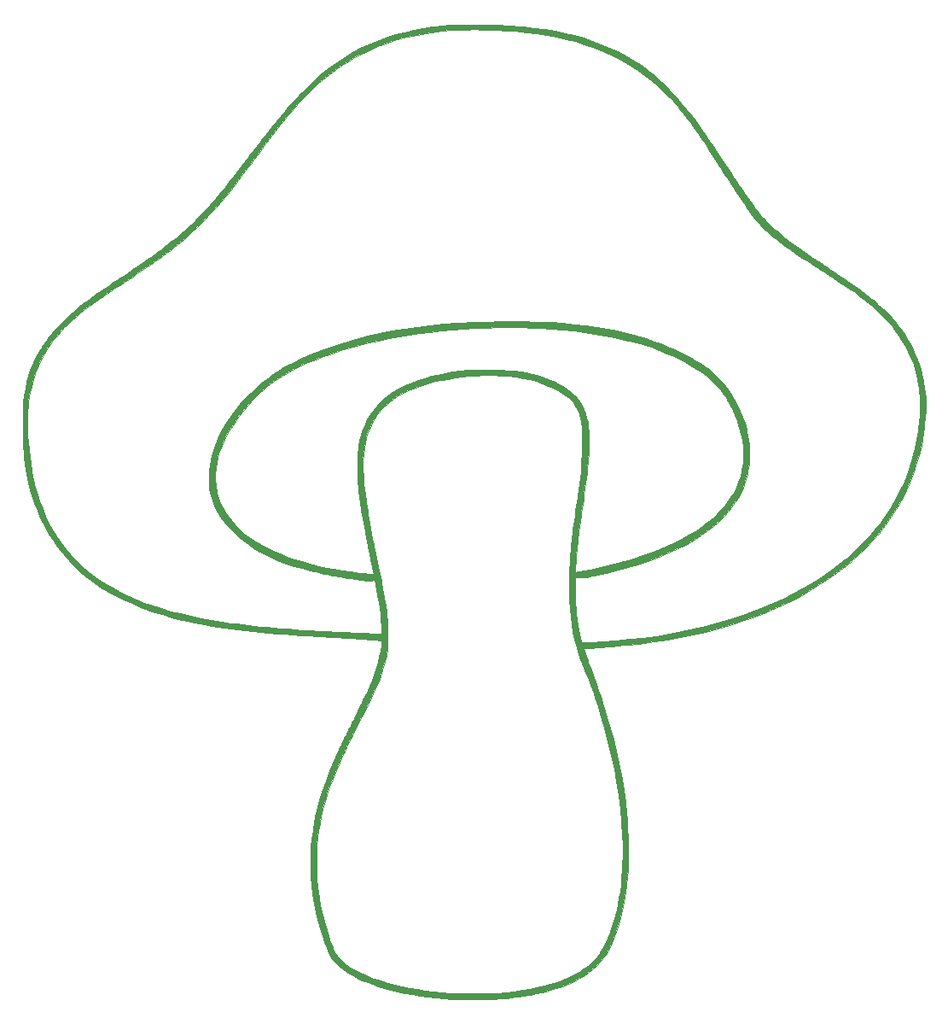
<source format=gbr>
G04 #@! TF.GenerationSoftware,KiCad,Pcbnew,5.0.2-bee76a0~70~ubuntu18.04.1*
G04 #@! TF.CreationDate,2019-10-25T22:44:05+08:00*
G04 #@! TF.ProjectId,TuneShroom,54756e65-5368-4726-9f6f-6d2e6b696361,rev?*
G04 #@! TF.SameCoordinates,Original*
G04 #@! TF.FileFunction,Legend,Top*
G04 #@! TF.FilePolarity,Positive*
%FSLAX46Y46*%
G04 Gerber Fmt 4.6, Leading zero omitted, Abs format (unit mm)*
G04 Created by KiCad (PCBNEW 5.0.2-bee76a0~70~ubuntu18.04.1) date Fri 25 Oct 2019 22:44:05 HKT*
%MOMM*%
%LPD*%
G01*
G04 APERTURE LIST*
%ADD10C,0.010000*%
%ADD11C,0.150000*%
G04 APERTURE END LIST*
D10*
G04 #@! TO.C,*
G36*
X104853398Y-43753251D02*
X105370763Y-43757107D01*
X105855831Y-43763682D01*
X106313591Y-43773175D01*
X106749028Y-43785788D01*
X107167129Y-43801721D01*
X107572882Y-43821173D01*
X107971273Y-43844344D01*
X108367289Y-43871435D01*
X108765916Y-43902646D01*
X109172143Y-43938177D01*
X109347000Y-43954511D01*
X110421480Y-44072189D01*
X111464492Y-44217992D01*
X112476283Y-44392008D01*
X113457103Y-44594325D01*
X114407200Y-44825030D01*
X115326824Y-45084211D01*
X116216223Y-45371955D01*
X117075647Y-45688351D01*
X117905343Y-46033485D01*
X118705561Y-46407447D01*
X119476550Y-46810323D01*
X120218559Y-47242201D01*
X120931836Y-47703169D01*
X121616630Y-48193314D01*
X121824750Y-48352423D01*
X122370383Y-48795441D01*
X122917659Y-49278458D01*
X123466840Y-49801754D01*
X124018185Y-50365612D01*
X124571953Y-50970312D01*
X125128406Y-51616137D01*
X125687802Y-52303367D01*
X126250402Y-53032285D01*
X126665538Y-53594000D01*
X126836783Y-53832043D01*
X127022528Y-54094517D01*
X127223538Y-54382552D01*
X127440576Y-54697280D01*
X127674409Y-55039832D01*
X127925801Y-55411338D01*
X128195516Y-55812931D01*
X128484320Y-56245740D01*
X128792977Y-56710898D01*
X129122252Y-57209536D01*
X129472910Y-57742783D01*
X129549215Y-57859084D01*
X129888754Y-58374766D01*
X130208993Y-58856822D01*
X130512005Y-59308166D01*
X130799861Y-59731712D01*
X131074635Y-60130375D01*
X131338399Y-60507071D01*
X131593227Y-60864714D01*
X131841190Y-61206218D01*
X132084361Y-61534498D01*
X132324814Y-61852470D01*
X132564620Y-62163048D01*
X132805853Y-62469147D01*
X132996000Y-62706250D01*
X133134958Y-62875144D01*
X133270722Y-63033092D01*
X133407676Y-63184380D01*
X133550206Y-63333292D01*
X133702699Y-63484115D01*
X133869540Y-63641135D01*
X134055114Y-63808636D01*
X134263808Y-63990905D01*
X134500007Y-64192227D01*
X134620000Y-64293166D01*
X134835209Y-64472187D01*
X135048777Y-64646844D01*
X135263190Y-64818928D01*
X135480933Y-64990230D01*
X135704491Y-65162540D01*
X135936349Y-65337650D01*
X136178993Y-65517349D01*
X136434908Y-65703429D01*
X136706580Y-65897679D01*
X136996492Y-66101892D01*
X137307132Y-66317857D01*
X137640983Y-66547365D01*
X138000531Y-66792207D01*
X138388262Y-67054173D01*
X138806660Y-67335053D01*
X139258211Y-67636640D01*
X139287250Y-67655991D01*
X139731057Y-67952114D01*
X140141771Y-68227107D01*
X140521892Y-68482757D01*
X140873919Y-68720852D01*
X141200354Y-68943178D01*
X141503696Y-69151522D01*
X141786447Y-69347672D01*
X142051105Y-69533414D01*
X142300173Y-69710536D01*
X142536149Y-69880824D01*
X142761535Y-70046067D01*
X142978830Y-70208050D01*
X143190535Y-70368560D01*
X143399150Y-70529386D01*
X143607176Y-70692313D01*
X143817113Y-70859129D01*
X144031461Y-71031622D01*
X144187334Y-71158220D01*
X144606926Y-71509949D01*
X145003062Y-71861781D01*
X145372211Y-72210326D01*
X145710840Y-72552189D01*
X146015420Y-72883980D01*
X146163644Y-73056750D01*
X146636585Y-73654729D01*
X147072772Y-74272570D01*
X147471726Y-74909168D01*
X147832969Y-75563418D01*
X148156024Y-76234214D01*
X148440412Y-76920450D01*
X148685657Y-77621022D01*
X148891279Y-78334822D01*
X149056801Y-79060747D01*
X149181746Y-79797689D01*
X149225473Y-80140169D01*
X149280382Y-80757154D01*
X149303178Y-81374622D01*
X149293737Y-81998927D01*
X149251937Y-82636422D01*
X149177652Y-83293458D01*
X149161828Y-83407250D01*
X149145453Y-83525251D01*
X149125757Y-83672315D01*
X149104434Y-83835474D01*
X149083183Y-84001756D01*
X149064939Y-84148084D01*
X148940058Y-84992430D01*
X148773507Y-85833890D01*
X148565928Y-86670988D01*
X148317961Y-87502248D01*
X148030247Y-88326192D01*
X147703426Y-89141346D01*
X147338138Y-89946233D01*
X146935025Y-90739377D01*
X146494728Y-91519301D01*
X146017885Y-92284530D01*
X145505140Y-93033586D01*
X144957131Y-93764995D01*
X144812025Y-93948250D01*
X144611617Y-94195563D01*
X144419336Y-94426178D01*
X144229117Y-94646809D01*
X144034893Y-94864169D01*
X143830602Y-95084973D01*
X143610177Y-95315933D01*
X143367554Y-95563763D01*
X143204493Y-95727660D01*
X142947127Y-95982885D01*
X142710675Y-96212463D01*
X142488216Y-96422643D01*
X142272827Y-96619672D01*
X142057587Y-96809798D01*
X141835573Y-96999269D01*
X141599865Y-97194332D01*
X141403917Y-97352887D01*
X140543098Y-98018330D01*
X139655650Y-98654203D01*
X138740605Y-99261066D01*
X137796994Y-99839478D01*
X136823851Y-100389999D01*
X135820206Y-100913186D01*
X134785091Y-101409600D01*
X133717537Y-101879799D01*
X133182509Y-102100712D01*
X132102788Y-102517512D01*
X130989449Y-102908821D01*
X129842707Y-103274591D01*
X128662778Y-103614773D01*
X127449878Y-103929320D01*
X126204222Y-104218183D01*
X124926027Y-104481314D01*
X123615509Y-104718666D01*
X122272883Y-104930189D01*
X120898366Y-105115835D01*
X119492172Y-105275557D01*
X118554500Y-105366060D01*
X118231555Y-105394222D01*
X117889531Y-105422438D01*
X117536942Y-105450089D01*
X117182305Y-105476560D01*
X116834134Y-105501235D01*
X116500946Y-105523495D01*
X116191256Y-105542725D01*
X115913579Y-105558307D01*
X115866334Y-105560744D01*
X115725348Y-105568384D01*
X115598652Y-105576170D01*
X115492312Y-105583652D01*
X115412390Y-105590385D01*
X115364951Y-105595919D01*
X115354523Y-105598541D01*
X115358157Y-105620702D01*
X115374839Y-105678731D01*
X115403205Y-105768695D01*
X115441893Y-105886657D01*
X115489540Y-106028681D01*
X115544784Y-106190832D01*
X115606261Y-106369173D01*
X115672609Y-106559770D01*
X115742466Y-106758686D01*
X115814468Y-106961986D01*
X115887252Y-107165734D01*
X115959457Y-107365994D01*
X116029719Y-107558830D01*
X116088085Y-107717167D01*
X116348378Y-108424817D01*
X116591542Y-109098425D01*
X116818869Y-109742064D01*
X117031653Y-110359807D01*
X117231186Y-110955727D01*
X117418761Y-111533897D01*
X117595672Y-112098389D01*
X117763212Y-112653275D01*
X117922673Y-113202630D01*
X118075349Y-113750526D01*
X118222533Y-114301034D01*
X118365518Y-114858229D01*
X118403341Y-115009419D01*
X118685857Y-116201906D01*
X118934503Y-117373519D01*
X119149891Y-118527941D01*
X119332634Y-119668856D01*
X119483345Y-120799948D01*
X119602635Y-121924900D01*
X119654415Y-122533834D01*
X119717485Y-123448523D01*
X119761695Y-124328027D01*
X119786969Y-125175098D01*
X119793233Y-125992487D01*
X119780412Y-126782947D01*
X119748431Y-127549229D01*
X119697216Y-128294085D01*
X119626693Y-129020266D01*
X119536786Y-129730524D01*
X119442778Y-130337419D01*
X119293046Y-131130599D01*
X119113340Y-131910800D01*
X118904941Y-132673770D01*
X118669130Y-133415259D01*
X118407190Y-134131016D01*
X118120401Y-134816791D01*
X118037534Y-134999155D01*
X117867683Y-135349056D01*
X117696290Y-135665015D01*
X117517705Y-135955224D01*
X117326278Y-136227873D01*
X117116356Y-136491155D01*
X116882290Y-136753260D01*
X116692365Y-136949125D01*
X116304972Y-137309605D01*
X115882658Y-137650401D01*
X115424854Y-137971853D01*
X114930995Y-138274299D01*
X114400514Y-138558077D01*
X113832845Y-138823525D01*
X113227420Y-139070982D01*
X112989904Y-139159438D01*
X112559572Y-139306899D01*
X112097249Y-139449183D01*
X111613198Y-139583671D01*
X111117682Y-139707745D01*
X110620965Y-139818790D01*
X110133312Y-139914186D01*
X109823250Y-139967011D01*
X109356207Y-140039908D01*
X108922649Y-140104001D01*
X108514850Y-140160169D01*
X108125084Y-140209289D01*
X107745623Y-140252240D01*
X107368742Y-140289898D01*
X106986714Y-140323141D01*
X106591813Y-140352849D01*
X106203750Y-140378224D01*
X106084993Y-140384027D01*
X105929525Y-140389342D01*
X105742963Y-140394134D01*
X105530928Y-140398366D01*
X105299040Y-140402001D01*
X105052915Y-140405004D01*
X104798176Y-140407338D01*
X104540439Y-140408966D01*
X104285325Y-140409853D01*
X104038452Y-140409962D01*
X103805440Y-140409257D01*
X103591908Y-140407702D01*
X103403475Y-140405260D01*
X103245761Y-140401895D01*
X103134584Y-140398042D01*
X102308499Y-140352605D01*
X101490315Y-140290826D01*
X100682835Y-140213215D01*
X99888858Y-140120282D01*
X99111186Y-140012540D01*
X98352621Y-139890499D01*
X97615963Y-139754670D01*
X96904013Y-139605564D01*
X96219574Y-139443692D01*
X95565446Y-139269566D01*
X94944430Y-139083696D01*
X94359327Y-138886593D01*
X93898559Y-138713082D01*
X93348197Y-138479168D01*
X92822912Y-138223134D01*
X92314304Y-137940281D01*
X91813971Y-137625912D01*
X91313510Y-137275329D01*
X91270667Y-137243688D01*
X91115115Y-137126706D01*
X90988042Y-137026859D01*
X90882562Y-136938013D01*
X90791787Y-136854033D01*
X90708831Y-136768787D01*
X90626809Y-136676139D01*
X90606396Y-136652000D01*
X90495251Y-136514840D01*
X90393365Y-136378003D01*
X90298466Y-136237007D01*
X90208284Y-136087371D01*
X90120548Y-135924612D01*
X90032988Y-135744248D01*
X89943332Y-135541797D01*
X89849311Y-135312779D01*
X89748652Y-135052710D01*
X89639085Y-134757109D01*
X89620613Y-134706316D01*
X89513020Y-134405341D01*
X89415351Y-134121820D01*
X89325720Y-133849107D01*
X89242239Y-133580558D01*
X89163021Y-133309525D01*
X89086180Y-133029363D01*
X89009828Y-132733426D01*
X88932078Y-132415068D01*
X88851043Y-132067642D01*
X88772755Y-131720167D01*
X88600635Y-130857064D01*
X88462895Y-129973138D01*
X88359738Y-129072549D01*
X88291370Y-128159457D01*
X88257995Y-127238022D01*
X88258900Y-126778007D01*
X88819621Y-126778007D01*
X88820873Y-127022315D01*
X88823397Y-127266891D01*
X88827134Y-127505105D01*
X88832026Y-127730327D01*
X88838015Y-127935928D01*
X88845042Y-128115277D01*
X88853048Y-128261746D01*
X88856727Y-128312334D01*
X88949426Y-129255147D01*
X89075262Y-130179780D01*
X89235365Y-131091383D01*
X89430867Y-131995104D01*
X89662897Y-132896092D01*
X89932588Y-133799495D01*
X90241070Y-134710463D01*
X90294970Y-134859645D01*
X90369241Y-135062550D01*
X90431814Y-135230788D01*
X90485025Y-135369630D01*
X90531212Y-135484347D01*
X90572714Y-135580210D01*
X90611869Y-135662489D01*
X90651014Y-135736457D01*
X90692488Y-135807384D01*
X90738629Y-135880541D01*
X90767039Y-135923936D01*
X90957241Y-136179838D01*
X91187871Y-136433756D01*
X91457027Y-136684279D01*
X91762809Y-136929993D01*
X92103316Y-137169488D01*
X92476645Y-137401351D01*
X92880895Y-137624170D01*
X93314166Y-137836533D01*
X93387334Y-137870026D01*
X93952231Y-138110624D01*
X94554987Y-138337780D01*
X95193154Y-138550996D01*
X95864285Y-138749775D01*
X96565934Y-138933621D01*
X97295653Y-139102037D01*
X98050996Y-139254525D01*
X98829516Y-139390589D01*
X99628765Y-139509733D01*
X100446297Y-139611459D01*
X101279664Y-139695270D01*
X102126421Y-139760670D01*
X102912334Y-139804024D01*
X103051773Y-139808988D01*
X103227158Y-139813207D01*
X103432425Y-139816679D01*
X103661512Y-139819401D01*
X103908355Y-139821371D01*
X104166891Y-139822586D01*
X104431055Y-139823044D01*
X104694785Y-139822741D01*
X104952018Y-139821676D01*
X105196689Y-139819846D01*
X105422736Y-139817248D01*
X105624095Y-139813880D01*
X105794702Y-139809738D01*
X105918000Y-139805301D01*
X106787836Y-139755608D01*
X107631813Y-139685501D01*
X108448945Y-139595236D01*
X109238241Y-139485070D01*
X109998713Y-139355263D01*
X110729371Y-139206071D01*
X111429227Y-139037751D01*
X112097292Y-138850563D01*
X112732577Y-138644762D01*
X113334092Y-138420608D01*
X113900850Y-138178356D01*
X114431860Y-137918266D01*
X114926134Y-137640595D01*
X115382683Y-137345600D01*
X115396133Y-137336243D01*
X115764376Y-137060752D01*
X116106520Y-136766744D01*
X116418697Y-136458092D01*
X116697043Y-136138669D01*
X116937689Y-135812349D01*
X116977196Y-135752417D01*
X117137118Y-135489598D01*
X117300933Y-135190668D01*
X117466144Y-134861365D01*
X117630254Y-134507425D01*
X117790767Y-134134587D01*
X117945185Y-133748588D01*
X118091011Y-133355166D01*
X118225750Y-132960056D01*
X118312830Y-132683250D01*
X118474171Y-132118115D01*
X118618825Y-131541014D01*
X118747419Y-130948103D01*
X118860577Y-130335536D01*
X118958927Y-129699469D01*
X119043093Y-129036057D01*
X119113702Y-128341456D01*
X119171379Y-127611820D01*
X119193033Y-127275167D01*
X119199647Y-127136558D01*
X119205268Y-126961427D01*
X119209893Y-126755570D01*
X119213523Y-126524787D01*
X119216157Y-126274875D01*
X119217795Y-126011634D01*
X119218436Y-125740861D01*
X119218079Y-125468355D01*
X119216724Y-125199915D01*
X119214370Y-124941338D01*
X119211016Y-124698423D01*
X119206663Y-124476968D01*
X119201310Y-124282772D01*
X119194955Y-124121633D01*
X119193338Y-124089584D01*
X119104681Y-122776303D01*
X118977946Y-121461505D01*
X118812876Y-120143843D01*
X118609214Y-118821971D01*
X118366703Y-117494542D01*
X118085087Y-116160211D01*
X117764110Y-114817630D01*
X117403514Y-113465453D01*
X117003042Y-112102334D01*
X116762218Y-111336667D01*
X116620890Y-110903778D01*
X116478426Y-110480349D01*
X116332378Y-110059645D01*
X116180295Y-109634933D01*
X116019727Y-109199479D01*
X115848224Y-108746550D01*
X115663337Y-108269411D01*
X115462615Y-107761329D01*
X115449232Y-107727750D01*
X115363185Y-107510373D01*
X115276820Y-107289240D01*
X115192454Y-107070477D01*
X115112401Y-106860208D01*
X115038976Y-106664558D01*
X114974497Y-106489651D01*
X114921276Y-106341611D01*
X114881631Y-106226564D01*
X114881084Y-106224917D01*
X114657718Y-105500396D01*
X114462757Y-104757536D01*
X114296064Y-103994929D01*
X114157502Y-103211168D01*
X114046935Y-102404846D01*
X113964225Y-101574554D01*
X113909235Y-100718885D01*
X113881828Y-99836433D01*
X113881867Y-98925788D01*
X113909216Y-97985545D01*
X113963737Y-97014294D01*
X113972472Y-96890417D01*
X113996251Y-96574467D01*
X114022060Y-96259786D01*
X114050285Y-95943216D01*
X114081312Y-95621601D01*
X114115527Y-95291783D01*
X114153317Y-94950607D01*
X114195068Y-94594916D01*
X114241165Y-94221551D01*
X114291995Y-93827358D01*
X114347944Y-93409179D01*
X114409399Y-92963856D01*
X114476745Y-92488234D01*
X114550369Y-91979156D01*
X114630656Y-91433464D01*
X114683233Y-91080167D01*
X114740566Y-90696246D01*
X114791986Y-90351306D01*
X114837845Y-90042460D01*
X114878498Y-89766822D01*
X114914297Y-89521504D01*
X114945595Y-89303622D01*
X114972747Y-89110288D01*
X114996105Y-88938615D01*
X115016023Y-88785719D01*
X115032854Y-88648711D01*
X115046952Y-88524706D01*
X115058669Y-88410817D01*
X115068359Y-88304157D01*
X115076375Y-88201841D01*
X115083071Y-88100982D01*
X115088799Y-87998694D01*
X115093914Y-87892089D01*
X115098769Y-87778282D01*
X115103717Y-87654386D01*
X115104259Y-87640584D01*
X115111178Y-87478050D01*
X115120305Y-87283995D01*
X115131083Y-87069139D01*
X115142956Y-86844203D01*
X115155366Y-86619907D01*
X115167756Y-86406973D01*
X115171880Y-86338834D01*
X115187573Y-86052535D01*
X115200316Y-85757888D01*
X115210089Y-85460059D01*
X115216873Y-85164213D01*
X115220647Y-84875517D01*
X115221393Y-84599134D01*
X115219089Y-84340232D01*
X115213717Y-84103976D01*
X115205256Y-83895532D01*
X115193687Y-83720064D01*
X115182358Y-83608334D01*
X115113495Y-83155147D01*
X115023397Y-82736840D01*
X114911085Y-82351116D01*
X114775578Y-81995680D01*
X114615896Y-81668236D01*
X114431056Y-81366490D01*
X114220080Y-81088145D01*
X114005840Y-80854543D01*
X113852004Y-80714700D01*
X113662360Y-80565700D01*
X113441691Y-80410413D01*
X113194776Y-80251710D01*
X112926398Y-80092463D01*
X112641337Y-79935542D01*
X112344373Y-79783819D01*
X112040290Y-79640165D01*
X111829033Y-79547340D01*
X111245902Y-79319706D01*
X110632124Y-79119773D01*
X109989280Y-78947787D01*
X109318948Y-78803995D01*
X108622708Y-78688645D01*
X107902138Y-78601983D01*
X107158818Y-78544258D01*
X106394327Y-78515715D01*
X105610243Y-78516602D01*
X105297562Y-78525045D01*
X104780181Y-78545680D01*
X104302009Y-78570978D01*
X103860154Y-78601176D01*
X103451724Y-78636513D01*
X103073825Y-78677229D01*
X102723566Y-78723560D01*
X102531334Y-78753199D01*
X101870479Y-78867321D01*
X101248886Y-78988334D01*
X100663933Y-79116992D01*
X100112995Y-79254052D01*
X99593447Y-79400270D01*
X99102667Y-79556403D01*
X98638029Y-79723205D01*
X98196912Y-79901434D01*
X97776689Y-80091845D01*
X97620667Y-80168187D01*
X97208275Y-80384883D01*
X96831460Y-80606086D01*
X96483467Y-80836623D01*
X96157542Y-81081322D01*
X95846928Y-81345010D01*
X95544872Y-81632517D01*
X95480787Y-81697506D01*
X95237449Y-81958778D01*
X95020871Y-82218147D01*
X94823999Y-82485482D01*
X94639776Y-82770655D01*
X94461149Y-83083535D01*
X94379723Y-83237917D01*
X94158572Y-83704845D01*
X93968354Y-84188933D01*
X93808677Y-84692136D01*
X93679150Y-85216414D01*
X93579382Y-85763724D01*
X93508983Y-86336023D01*
X93467562Y-86935269D01*
X93454726Y-87563419D01*
X93458092Y-87852250D01*
X93463875Y-88085202D01*
X93471464Y-88310192D01*
X93481229Y-88530394D01*
X93493540Y-88748979D01*
X93508767Y-88969122D01*
X93527280Y-89193994D01*
X93549448Y-89426768D01*
X93575643Y-89670618D01*
X93606232Y-89928716D01*
X93641588Y-90204235D01*
X93682079Y-90500347D01*
X93728075Y-90820226D01*
X93779947Y-91167044D01*
X93838064Y-91543975D01*
X93902796Y-91954190D01*
X93974513Y-92400864D01*
X94023899Y-92705184D01*
X94055803Y-92900645D01*
X94085379Y-93080434D01*
X94113279Y-93247912D01*
X94140156Y-93406439D01*
X94166664Y-93559378D01*
X94193456Y-93710088D01*
X94221186Y-93861931D01*
X94250506Y-94018267D01*
X94282071Y-94182458D01*
X94316534Y-94357864D01*
X94354547Y-94547846D01*
X94396765Y-94755766D01*
X94443841Y-94984984D01*
X94496428Y-95238861D01*
X94555179Y-95520757D01*
X94620748Y-95834035D01*
X94693788Y-96182054D01*
X94773724Y-96562334D01*
X94873417Y-97037627D01*
X94964534Y-97474806D01*
X95047693Y-97877076D01*
X95123513Y-98247645D01*
X95192611Y-98589720D01*
X95255605Y-98906508D01*
X95313115Y-99201217D01*
X95365758Y-99477054D01*
X95414152Y-99737225D01*
X95458916Y-99984939D01*
X95500668Y-100223403D01*
X95540025Y-100455823D01*
X95577607Y-100685407D01*
X95614032Y-100915362D01*
X95619139Y-100948184D01*
X95694188Y-101450571D01*
X95757684Y-101918567D01*
X95810126Y-102358365D01*
X95852014Y-102776154D01*
X95883846Y-103178128D01*
X95906122Y-103570475D01*
X95919340Y-103959389D01*
X95924000Y-104351060D01*
X95921477Y-104699117D01*
X95914145Y-105021894D01*
X95902069Y-105311009D01*
X95884204Y-105574972D01*
X95859506Y-105822293D01*
X95826932Y-106061483D01*
X95785437Y-106301049D01*
X95733978Y-106549504D01*
X95671511Y-106815355D01*
X95652510Y-106891667D01*
X95579047Y-107170847D01*
X95498461Y-107451517D01*
X95409691Y-107736177D01*
X95311675Y-108027326D01*
X95203352Y-108327463D01*
X95083660Y-108639087D01*
X94951538Y-108964697D01*
X94805924Y-109306792D01*
X94645756Y-109667872D01*
X94469974Y-110050435D01*
X94277516Y-110456981D01*
X94067320Y-110890009D01*
X93838324Y-111352019D01*
X93589468Y-111845508D01*
X93346464Y-112320917D01*
X93186516Y-112632930D01*
X93023383Y-112952736D01*
X92858848Y-113276755D01*
X92694696Y-113601408D01*
X92532711Y-113923116D01*
X92374677Y-114238298D01*
X92222378Y-114543376D01*
X92077598Y-114834770D01*
X91942122Y-115108901D01*
X91817732Y-115362190D01*
X91706214Y-115591057D01*
X91609352Y-115791922D01*
X91528928Y-115961206D01*
X91484367Y-116056834D01*
X91109092Y-116892431D01*
X90765252Y-117703467D01*
X90452058Y-118492835D01*
X90168724Y-119263428D01*
X89914461Y-120018142D01*
X89688481Y-120759870D01*
X89489998Y-121491505D01*
X89318223Y-122215943D01*
X89172368Y-122936077D01*
X89051647Y-123654801D01*
X88955270Y-124375009D01*
X88882451Y-125099595D01*
X88834491Y-125792534D01*
X88828505Y-125936054D01*
X88824083Y-126112991D01*
X88821168Y-126316715D01*
X88819700Y-126540597D01*
X88819621Y-126778007D01*
X88258900Y-126778007D01*
X88259816Y-126312404D01*
X88297039Y-125386763D01*
X88369867Y-124465258D01*
X88401649Y-124163667D01*
X88481463Y-123542033D01*
X88582357Y-122916920D01*
X88705050Y-122286080D01*
X88850259Y-121647263D01*
X89018704Y-120998221D01*
X89211104Y-120336703D01*
X89428175Y-119660462D01*
X89670639Y-118967248D01*
X89939211Y-118254811D01*
X90234613Y-117520904D01*
X90557561Y-116763277D01*
X90908774Y-115979680D01*
X91248618Y-115252500D01*
X91318656Y-115105212D01*
X91402171Y-114929412D01*
X91494536Y-114734855D01*
X91591121Y-114531295D01*
X91687297Y-114328486D01*
X91778435Y-114136182D01*
X91806114Y-114077750D01*
X91886340Y-113909740D01*
X91981757Y-113712207D01*
X92088343Y-113493350D01*
X92202072Y-113261366D01*
X92318921Y-113024454D01*
X92434864Y-112790811D01*
X92545878Y-112568636D01*
X92590593Y-112479667D01*
X92740371Y-112181234D01*
X92891787Y-111877626D01*
X93042682Y-111573269D01*
X93190899Y-111272588D01*
X93334281Y-110980009D01*
X93470670Y-110699956D01*
X93597910Y-110436856D01*
X93713842Y-110195133D01*
X93816309Y-109979213D01*
X93903154Y-109793521D01*
X93952689Y-109685667D01*
X94250991Y-108998472D01*
X94512208Y-108330583D01*
X94736308Y-107682111D01*
X94923258Y-107053171D01*
X95073028Y-106443873D01*
X95185583Y-105854332D01*
X95260894Y-105284659D01*
X95283342Y-105024819D01*
X95289710Y-104930521D01*
X95291650Y-104870200D01*
X95287799Y-104835612D01*
X95276790Y-104818512D01*
X95257260Y-104810655D01*
X95247527Y-104808423D01*
X95211908Y-104803570D01*
X95138499Y-104795981D01*
X95031728Y-104786017D01*
X94896024Y-104774041D01*
X94735816Y-104760415D01*
X94555534Y-104745500D01*
X94359606Y-104729659D01*
X94152460Y-104713253D01*
X93938528Y-104696644D01*
X93722236Y-104680194D01*
X93508015Y-104664266D01*
X93300293Y-104649221D01*
X93292084Y-104648635D01*
X93056875Y-104632080D01*
X92819480Y-104615802D01*
X92576156Y-104599575D01*
X92323160Y-104583168D01*
X92056749Y-104566355D01*
X91773178Y-104548906D01*
X91468705Y-104530593D01*
X91139587Y-104511188D01*
X90782080Y-104490462D01*
X90392440Y-104468188D01*
X89966925Y-104444135D01*
X89640834Y-104425846D01*
X89257960Y-104404405D01*
X88912984Y-104384995D01*
X88601530Y-104367317D01*
X88319227Y-104351071D01*
X88061702Y-104335956D01*
X87824582Y-104321674D01*
X87603493Y-104307925D01*
X87394064Y-104294408D01*
X87191921Y-104280825D01*
X86992692Y-104266875D01*
X86792003Y-104252259D01*
X86585481Y-104236677D01*
X86368755Y-104219830D01*
X86137450Y-104201418D01*
X85887195Y-104181141D01*
X85613616Y-104158699D01*
X85312340Y-104133793D01*
X84994750Y-104107432D01*
X84129326Y-104033025D01*
X83303551Y-103956805D01*
X82514762Y-103878393D01*
X81760300Y-103797410D01*
X81037504Y-103713479D01*
X80343712Y-103626220D01*
X79676264Y-103535256D01*
X79032499Y-103440207D01*
X78409756Y-103340695D01*
X77805374Y-103236342D01*
X77216693Y-103126770D01*
X76641051Y-103011598D01*
X76075787Y-102890450D01*
X75518242Y-102762946D01*
X75480334Y-102753986D01*
X74472314Y-102498759D01*
X73491346Y-102217095D01*
X72538430Y-101909407D01*
X71614568Y-101576108D01*
X70720758Y-101217610D01*
X69858002Y-100834327D01*
X69027299Y-100426669D01*
X68229651Y-99995052D01*
X67466057Y-99539886D01*
X67066584Y-99283366D01*
X66429292Y-98838068D01*
X65814599Y-98357779D01*
X65223515Y-97843922D01*
X64657051Y-97297920D01*
X64116219Y-96721199D01*
X63602031Y-96115182D01*
X63115497Y-95481293D01*
X62657630Y-94820958D01*
X62229440Y-94135598D01*
X61831940Y-93426640D01*
X61466140Y-92695507D01*
X61133053Y-91943622D01*
X60833689Y-91172411D01*
X60569060Y-90383297D01*
X60442943Y-89957257D01*
X60226503Y-89115826D01*
X60051290Y-88268690D01*
X59916847Y-87413184D01*
X59822714Y-86546640D01*
X59795871Y-86190667D01*
X59761060Y-85612869D01*
X59733239Y-85043068D01*
X59712431Y-84485006D01*
X59698659Y-83942423D01*
X59693124Y-83510951D01*
X60158383Y-83510951D01*
X60159172Y-83755841D01*
X60161739Y-83984388D01*
X60166159Y-84190076D01*
X60172510Y-84366386D01*
X60175082Y-84417732D01*
X60222205Y-85118874D01*
X60286900Y-85823940D01*
X60368139Y-86525722D01*
X60464897Y-87217017D01*
X60576144Y-87890618D01*
X60700855Y-88539320D01*
X60838002Y-89155918D01*
X60868373Y-89281000D01*
X61094348Y-90121137D01*
X61350888Y-90932093D01*
X61638247Y-91714240D01*
X61956679Y-92467952D01*
X62306441Y-93193602D01*
X62687787Y-93891564D01*
X63100972Y-94562210D01*
X63546252Y-95205913D01*
X64023880Y-95823047D01*
X64534113Y-96413985D01*
X65077205Y-96979101D01*
X65653411Y-97518766D01*
X66262987Y-98033356D01*
X66906187Y-98523241D01*
X67436351Y-98891758D01*
X68077672Y-99300085D01*
X68750484Y-99689522D01*
X69455352Y-100060257D01*
X70192846Y-100412479D01*
X70963532Y-100746375D01*
X71767978Y-101062136D01*
X72606752Y-101359950D01*
X73480420Y-101640004D01*
X74389549Y-101902488D01*
X75334708Y-102147590D01*
X76316464Y-102375499D01*
X77335384Y-102586404D01*
X78392036Y-102780492D01*
X79486986Y-102957953D01*
X79819500Y-103007462D01*
X80373143Y-103086046D01*
X80935647Y-103161376D01*
X81508866Y-103233598D01*
X82094657Y-103302855D01*
X82694874Y-103369293D01*
X83311373Y-103433054D01*
X83946006Y-103494283D01*
X84600631Y-103553125D01*
X85277102Y-103609723D01*
X85977274Y-103664222D01*
X86703001Y-103716765D01*
X87456139Y-103767498D01*
X88238542Y-103816563D01*
X89052067Y-103864106D01*
X89898566Y-103910270D01*
X90779897Y-103955200D01*
X91697913Y-103999039D01*
X92654469Y-104041933D01*
X93651420Y-104084025D01*
X93694250Y-104085779D01*
X93929635Y-104095452D01*
X94156703Y-104104867D01*
X94371176Y-104113841D01*
X94568780Y-104122190D01*
X94745238Y-104129733D01*
X94896274Y-104136287D01*
X95017612Y-104141668D01*
X95104976Y-104145694D01*
X95152514Y-104148093D01*
X95319611Y-104157583D01*
X95305410Y-103836583D01*
X95275778Y-103315636D01*
X95231884Y-102773586D01*
X95173374Y-102207653D01*
X95099890Y-101615058D01*
X95011076Y-100993019D01*
X94906576Y-100338756D01*
X94786034Y-99649490D01*
X94729948Y-99345750D01*
X94697757Y-99174027D01*
X94672280Y-99039513D01*
X94652336Y-98937829D01*
X94636745Y-98864592D01*
X94624327Y-98815423D01*
X94613901Y-98785939D01*
X94604286Y-98771761D01*
X94594304Y-98768506D01*
X94582772Y-98771795D01*
X94576046Y-98774528D01*
X94434596Y-98821358D01*
X94281808Y-98852577D01*
X94107633Y-98869707D01*
X93916500Y-98874324D01*
X93824175Y-98873568D01*
X93739874Y-98871229D01*
X93657994Y-98866543D01*
X93572931Y-98858747D01*
X93479079Y-98847076D01*
X93370835Y-98830766D01*
X93242595Y-98809055D01*
X93088753Y-98781177D01*
X92903705Y-98746369D01*
X92720584Y-98711319D01*
X92558858Y-98682313D01*
X92397974Y-98657224D01*
X92249789Y-98637703D01*
X92126162Y-98625402D01*
X92085584Y-98622841D01*
X91979405Y-98614271D01*
X91836177Y-98597336D01*
X91660187Y-98572802D01*
X91455722Y-98541436D01*
X91227072Y-98504003D01*
X90978523Y-98461269D01*
X90714362Y-98413998D01*
X90438878Y-98362959D01*
X90156358Y-98308915D01*
X89871090Y-98252633D01*
X89587362Y-98194878D01*
X89309460Y-98136417D01*
X89069334Y-98084153D01*
X88207647Y-97880963D01*
X87384351Y-97661432D01*
X86598629Y-97425187D01*
X85849665Y-97171853D01*
X85136641Y-96901056D01*
X84458742Y-96612420D01*
X83815150Y-96305571D01*
X83205049Y-95980134D01*
X82627622Y-95635735D01*
X82082052Y-95271999D01*
X81567523Y-94888551D01*
X81083218Y-94485017D01*
X80935901Y-94352870D01*
X80846218Y-94268641D01*
X80735973Y-94161357D01*
X80609900Y-94035942D01*
X80472736Y-93897319D01*
X80329217Y-93750410D01*
X80184078Y-93600139D01*
X80042056Y-93451428D01*
X79907885Y-93309200D01*
X79786303Y-93178378D01*
X79682044Y-93063885D01*
X79599845Y-92970643D01*
X79557275Y-92919798D01*
X79264896Y-92523850D01*
X79005476Y-92101704D01*
X78779322Y-91654114D01*
X78586744Y-91181829D01*
X78428053Y-90685603D01*
X78303556Y-90166185D01*
X78220049Y-89672584D01*
X78206011Y-89543254D01*
X78194125Y-89380304D01*
X78184555Y-89192400D01*
X78177464Y-88988207D01*
X78173016Y-88776393D01*
X78171671Y-88603667D01*
X78815041Y-88603667D01*
X78816312Y-88846877D01*
X78820520Y-89056028D01*
X78828547Y-89239345D01*
X78841275Y-89405052D01*
X78859586Y-89561374D01*
X78884361Y-89716536D01*
X78916483Y-89878761D01*
X78956833Y-90056275D01*
X78981869Y-90159417D01*
X79127922Y-90663549D01*
X79313848Y-91154371D01*
X79539248Y-91631621D01*
X79803724Y-92095039D01*
X80106878Y-92544365D01*
X80448311Y-92979338D01*
X80827624Y-93399697D01*
X81244419Y-93805182D01*
X81698297Y-94195533D01*
X82188860Y-94570489D01*
X82715710Y-94929790D01*
X83278447Y-95273175D01*
X83876673Y-95600383D01*
X84509990Y-95911155D01*
X85177999Y-96205230D01*
X85880302Y-96482346D01*
X86616500Y-96742245D01*
X87386195Y-96984664D01*
X88188988Y-97209345D01*
X89024480Y-97416025D01*
X89892273Y-97604446D01*
X90572167Y-97735093D01*
X91390285Y-97873642D01*
X92239730Y-97997745D01*
X93111609Y-98106168D01*
X93704834Y-98169521D01*
X93840832Y-98183096D01*
X93966869Y-98195682D01*
X94075236Y-98206509D01*
X94158225Y-98214806D01*
X94208130Y-98219803D01*
X94212834Y-98220276D01*
X94284647Y-98225986D01*
X94361662Y-98229802D01*
X94432371Y-98231471D01*
X94485270Y-98230742D01*
X94508853Y-98227364D01*
X94509167Y-98226755D01*
X94505037Y-98205165D01*
X94493160Y-98145894D01*
X94474309Y-98052732D01*
X94449255Y-97929467D01*
X94418770Y-97779887D01*
X94383625Y-97607780D01*
X94344592Y-97416933D01*
X94302443Y-97211136D01*
X94276630Y-97085234D01*
X94228476Y-96849901D01*
X94179408Y-96609095D01*
X94130758Y-96369409D01*
X94083854Y-96137435D01*
X94040026Y-95919765D01*
X94000606Y-95722991D01*
X93966921Y-95553706D01*
X93940303Y-95418501D01*
X93937658Y-95404937D01*
X93908239Y-95254384D01*
X93872311Y-95071349D01*
X93831659Y-94864864D01*
X93788062Y-94643959D01*
X93743304Y-94417668D01*
X93699167Y-94195021D01*
X93662747Y-94011750D01*
X93569248Y-93537068D01*
X93485094Y-93099178D01*
X93409593Y-92693746D01*
X93342050Y-92316440D01*
X93281773Y-91962925D01*
X93228067Y-91628868D01*
X93180240Y-91309935D01*
X93137599Y-91001792D01*
X93099449Y-90700107D01*
X93065098Y-90400545D01*
X93033852Y-90098773D01*
X93029442Y-90053584D01*
X93002098Y-89755507D01*
X92979289Y-89469831D01*
X92960841Y-89190512D01*
X92946586Y-88911506D01*
X92936350Y-88626770D01*
X92929963Y-88330259D01*
X92927253Y-88015929D01*
X92928051Y-87677737D01*
X92932183Y-87309639D01*
X92939480Y-86905590D01*
X92939824Y-86889167D01*
X92945415Y-86635514D01*
X92950828Y-86419658D01*
X92956284Y-86237062D01*
X92962002Y-86083191D01*
X92968205Y-85953511D01*
X92975113Y-85843485D01*
X92982946Y-85748578D01*
X92991926Y-85664255D01*
X93002274Y-85585980D01*
X93003783Y-85575657D01*
X93109540Y-84993873D01*
X93251833Y-84430553D01*
X93430062Y-83886870D01*
X93643626Y-83363995D01*
X93891926Y-82863101D01*
X94174361Y-82385359D01*
X94490331Y-81931941D01*
X94839234Y-81504020D01*
X95220472Y-81102768D01*
X95365234Y-80965334D01*
X95687846Y-80687315D01*
X96042063Y-80420534D01*
X96429626Y-80163969D01*
X96852277Y-79916600D01*
X97311758Y-79677406D01*
X97809811Y-79445366D01*
X98336905Y-79223964D01*
X98946695Y-78995356D01*
X99576133Y-78789763D01*
X100227439Y-78606748D01*
X100902833Y-78445874D01*
X101604534Y-78306705D01*
X102334764Y-78188803D01*
X103095742Y-78091732D01*
X103889687Y-78015054D01*
X104718821Y-77958332D01*
X104785584Y-77954705D01*
X104939549Y-77948468D01*
X105128459Y-77944008D01*
X105344965Y-77941261D01*
X105581718Y-77940159D01*
X105831371Y-77940636D01*
X106086574Y-77942627D01*
X106339979Y-77946063D01*
X106584238Y-77950880D01*
X106812001Y-77957011D01*
X107015921Y-77964389D01*
X107188650Y-77972948D01*
X107251500Y-77976975D01*
X107907883Y-78030515D01*
X108527054Y-78097195D01*
X109112292Y-78177791D01*
X109666872Y-78273079D01*
X110194072Y-78383837D01*
X110697168Y-78510839D01*
X111179438Y-78654863D01*
X111644158Y-78816686D01*
X112094604Y-78997082D01*
X112534055Y-79196830D01*
X112659584Y-79258326D01*
X113064584Y-79471708D01*
X113441125Y-79694051D01*
X113786846Y-79923593D01*
X114099383Y-80158576D01*
X114376376Y-80397239D01*
X114615462Y-80637821D01*
X114789851Y-80846084D01*
X115015164Y-81170064D01*
X115213719Y-81517568D01*
X115385885Y-81889974D01*
X115532032Y-82288661D01*
X115652526Y-82715008D01*
X115747738Y-83170395D01*
X115818035Y-83656201D01*
X115863786Y-84173804D01*
X115885360Y-84724584D01*
X115887302Y-84952417D01*
X115884334Y-85282739D01*
X115875054Y-85626768D01*
X115859232Y-85986877D01*
X115836639Y-86365441D01*
X115807044Y-86764834D01*
X115770218Y-87187430D01*
X115725930Y-87635603D01*
X115673950Y-88111727D01*
X115614048Y-88618176D01*
X115545995Y-89157326D01*
X115469561Y-89731548D01*
X115384514Y-90343219D01*
X115324412Y-90762667D01*
X115255218Y-91240955D01*
X115191873Y-91679945D01*
X115134033Y-92082216D01*
X115081354Y-92450348D01*
X115033489Y-92786921D01*
X114990095Y-93094513D01*
X114950827Y-93375705D01*
X114915339Y-93633076D01*
X114883288Y-93869205D01*
X114854327Y-94086673D01*
X114828113Y-94288057D01*
X114804300Y-94475939D01*
X114782543Y-94652898D01*
X114762499Y-94821512D01*
X114743821Y-94984362D01*
X114726165Y-95144027D01*
X114709187Y-95303087D01*
X114692541Y-95464121D01*
X114682094Y-95567500D01*
X114663567Y-95757832D01*
X114644513Y-95963511D01*
X114625983Y-96172487D01*
X114609026Y-96372711D01*
X114594694Y-96552134D01*
X114586132Y-96668167D01*
X114576579Y-96811155D01*
X114566981Y-96966697D01*
X114557604Y-97129259D01*
X114548709Y-97293310D01*
X114540562Y-97453316D01*
X114533424Y-97603746D01*
X114527560Y-97739067D01*
X114523233Y-97853747D01*
X114520707Y-97942253D01*
X114520244Y-97999053D01*
X114521830Y-98018515D01*
X114544315Y-98017505D01*
X114603254Y-98009682D01*
X114693477Y-97995939D01*
X114809811Y-97977167D01*
X114947084Y-97954256D01*
X115100125Y-97928099D01*
X115263762Y-97899585D01*
X115432823Y-97869608D01*
X115602137Y-97839057D01*
X115766532Y-97808824D01*
X115920835Y-97779800D01*
X116035667Y-97757634D01*
X116708627Y-97619894D01*
X117388413Y-97469209D01*
X118062959Y-97308463D01*
X118720198Y-97140538D01*
X119348064Y-96968316D01*
X119392250Y-96955703D01*
X120316629Y-96678547D01*
X121206368Y-96386296D01*
X122061047Y-96079189D01*
X122880247Y-95757467D01*
X123663548Y-95421371D01*
X124410532Y-95071141D01*
X125120780Y-94707018D01*
X125793871Y-94329242D01*
X126429386Y-93938053D01*
X127026907Y-93533692D01*
X127586014Y-93116400D01*
X128106288Y-92686416D01*
X128587309Y-92243982D01*
X129028659Y-91789338D01*
X129429917Y-91322724D01*
X129605603Y-91097944D01*
X129945046Y-90617703D01*
X130243643Y-90127332D01*
X130501975Y-89625405D01*
X130720627Y-89110493D01*
X130900181Y-88581172D01*
X131041219Y-88036012D01*
X131144324Y-87473589D01*
X131173128Y-87259584D01*
X131183050Y-87149575D01*
X131190839Y-87005374D01*
X131196492Y-86835069D01*
X131200008Y-86646746D01*
X131201384Y-86448494D01*
X131200619Y-86248400D01*
X131197711Y-86054551D01*
X131192658Y-85875035D01*
X131185457Y-85717940D01*
X131176108Y-85591352D01*
X131173527Y-85566250D01*
X131086733Y-84952797D01*
X130961427Y-84337080D01*
X130797140Y-83717574D01*
X130593404Y-83092752D01*
X130349750Y-82461087D01*
X130065710Y-81821053D01*
X129952800Y-81586917D01*
X129824211Y-81331597D01*
X129704290Y-81106829D01*
X129587558Y-80903263D01*
X129468535Y-80711552D01*
X129341743Y-80522347D01*
X129265753Y-80414628D01*
X128913354Y-79957593D01*
X128521234Y-79514101D01*
X128089912Y-79084550D01*
X127619905Y-78669337D01*
X127111732Y-78268859D01*
X126565913Y-77883513D01*
X125982966Y-77513696D01*
X125363409Y-77159806D01*
X124707762Y-76822240D01*
X124354167Y-76653952D01*
X123611454Y-76327626D01*
X122831594Y-76019462D01*
X122015799Y-75729715D01*
X121165281Y-75458642D01*
X120281255Y-75206499D01*
X119364931Y-74973543D01*
X118417525Y-74760029D01*
X117440247Y-74566215D01*
X116434311Y-74392357D01*
X115400930Y-74238711D01*
X114341317Y-74105534D01*
X113256685Y-73993082D01*
X112148245Y-73901611D01*
X111017212Y-73831377D01*
X110998000Y-73830379D01*
X110170316Y-73794308D01*
X109311693Y-73769891D01*
X108431889Y-73757110D01*
X107540658Y-73755951D01*
X106647756Y-73766399D01*
X105762939Y-73788438D01*
X104895963Y-73822053D01*
X104521000Y-73840595D01*
X103402139Y-73909336D01*
X102293941Y-73996470D01*
X101197936Y-74101618D01*
X100115657Y-74224402D01*
X99048636Y-74364444D01*
X97998406Y-74521366D01*
X96966498Y-74694789D01*
X95954444Y-74884336D01*
X94963777Y-75089627D01*
X93996029Y-75310286D01*
X93052732Y-75545933D01*
X92135418Y-75796190D01*
X91245619Y-76060679D01*
X90384868Y-76339023D01*
X89554695Y-76630842D01*
X88756634Y-76935759D01*
X87992217Y-77253395D01*
X87262975Y-77583371D01*
X86570442Y-77925311D01*
X85916148Y-78278836D01*
X85460417Y-78545902D01*
X85035838Y-78811720D01*
X84644581Y-79074248D01*
X84278692Y-79339613D01*
X83930220Y-79613939D01*
X83591212Y-79903352D01*
X83253717Y-80213978D01*
X83092548Y-80369834D01*
X82539539Y-80931936D01*
X82022323Y-81497641D01*
X81541459Y-82066041D01*
X81097504Y-82636232D01*
X80691014Y-83207307D01*
X80322547Y-83778361D01*
X79992661Y-84348490D01*
X79701912Y-84916786D01*
X79450858Y-85482345D01*
X79240056Y-86044260D01*
X79070063Y-86601627D01*
X78952667Y-87097418D01*
X78915209Y-87285921D01*
X78885097Y-87451058D01*
X78861559Y-87601285D01*
X78843821Y-87745060D01*
X78831111Y-87890840D01*
X78822657Y-88047083D01*
X78817685Y-88222247D01*
X78815423Y-88424789D01*
X78815041Y-88603667D01*
X78171671Y-88603667D01*
X78171374Y-88565623D01*
X78172702Y-88364563D01*
X78177163Y-88181879D01*
X78184921Y-88026238D01*
X78188171Y-87983017D01*
X78244680Y-87467255D01*
X78327837Y-86968324D01*
X78439753Y-86477540D01*
X78582541Y-85986223D01*
X78758312Y-85485690D01*
X78855602Y-85238167D01*
X79151849Y-84564330D01*
X79488166Y-83903275D01*
X79864076Y-83255613D01*
X80279103Y-82621957D01*
X80732771Y-82002919D01*
X81224603Y-81399112D01*
X81754122Y-80811147D01*
X82320852Y-80239637D01*
X82924317Y-79685194D01*
X83564039Y-79148431D01*
X83645953Y-79083067D01*
X84021143Y-78793197D01*
X84405198Y-78511497D01*
X84792548Y-78241589D01*
X85177622Y-77987098D01*
X85554851Y-77751648D01*
X85918663Y-77538863D01*
X86263489Y-77352366D01*
X86449685Y-77259080D01*
X87441269Y-76798331D01*
X88457451Y-76365983D01*
X89498870Y-75961888D01*
X90566165Y-75585894D01*
X91659972Y-75237851D01*
X92780930Y-74917610D01*
X93929677Y-74625021D01*
X95106851Y-74359933D01*
X96313089Y-74122197D01*
X97549029Y-73911662D01*
X98815310Y-73728178D01*
X100112570Y-73571595D01*
X101441446Y-73441764D01*
X102802576Y-73338534D01*
X103229834Y-73311990D01*
X103601732Y-73290639D01*
X103954407Y-73271681D01*
X104292789Y-73254991D01*
X104621810Y-73240444D01*
X104946399Y-73227913D01*
X105271488Y-73217274D01*
X105602006Y-73208400D01*
X105942885Y-73201167D01*
X106299056Y-73195449D01*
X106675448Y-73191119D01*
X107076993Y-73188054D01*
X107508621Y-73186127D01*
X107975262Y-73185212D01*
X108214584Y-73185096D01*
X108615293Y-73185257D01*
X108978109Y-73185866D01*
X109307467Y-73187018D01*
X109607807Y-73188810D01*
X109883565Y-73191338D01*
X110139180Y-73194698D01*
X110379089Y-73198986D01*
X110607729Y-73204300D01*
X110829538Y-73210734D01*
X111048954Y-73218385D01*
X111270414Y-73227349D01*
X111498357Y-73237723D01*
X111737219Y-73249603D01*
X111991438Y-73263085D01*
X112109250Y-73269546D01*
X113280878Y-73347432D01*
X114418662Y-73449708D01*
X115523481Y-73576548D01*
X116596214Y-73728127D01*
X117637741Y-73904618D01*
X118648940Y-74106195D01*
X119630691Y-74333033D01*
X120583872Y-74585305D01*
X121509363Y-74863186D01*
X122408042Y-75166848D01*
X123200584Y-75464670D01*
X123661916Y-75652743D01*
X124124612Y-75853116D01*
X124584580Y-76063591D01*
X125037725Y-76281966D01*
X125479955Y-76506042D01*
X125907177Y-76733619D01*
X126315297Y-76962497D01*
X126700224Y-77190476D01*
X127057862Y-77415357D01*
X127384120Y-77634938D01*
X127674905Y-77847020D01*
X127768608Y-77919916D01*
X128259713Y-78335966D01*
X128724366Y-78783872D01*
X129161360Y-79261507D01*
X129569488Y-79766744D01*
X129947546Y-80297457D01*
X130294325Y-80851520D01*
X130608619Y-81426807D01*
X130889223Y-82021190D01*
X131134929Y-82632544D01*
X131344532Y-83258741D01*
X131516824Y-83897656D01*
X131650600Y-84547163D01*
X131698532Y-84846584D01*
X131726507Y-85046738D01*
X131748627Y-85226640D01*
X131765504Y-85395740D01*
X131777749Y-85563489D01*
X131785971Y-85739336D01*
X131790782Y-85932733D01*
X131792792Y-86153129D01*
X131792900Y-86307084D01*
X131787705Y-86681462D01*
X131772597Y-87024566D01*
X131746377Y-87346550D01*
X131707847Y-87657564D01*
X131655806Y-87967764D01*
X131589057Y-88287300D01*
X131529820Y-88534412D01*
X131369806Y-89094411D01*
X131176323Y-89631150D01*
X130948004Y-90147210D01*
X130683485Y-90645173D01*
X130381402Y-91127618D01*
X130040390Y-91597127D01*
X129679885Y-92032667D01*
X129217625Y-92532244D01*
X128725361Y-93011973D01*
X128202227Y-93472377D01*
X127647360Y-93913978D01*
X127059893Y-94337298D01*
X126438963Y-94742862D01*
X125783706Y-95131191D01*
X125093255Y-95502809D01*
X124366747Y-95858237D01*
X123603317Y-96198000D01*
X122802100Y-96522619D01*
X121962232Y-96832618D01*
X121450349Y-97008163D01*
X121204790Y-97088592D01*
X120937269Y-97173440D01*
X120651683Y-97261636D01*
X120351932Y-97352109D01*
X120041916Y-97443786D01*
X119725534Y-97535596D01*
X119406685Y-97626467D01*
X119089269Y-97715327D01*
X118777184Y-97801103D01*
X118474331Y-97882725D01*
X118184608Y-97959121D01*
X117911915Y-98029218D01*
X117660152Y-98091944D01*
X117433216Y-98146229D01*
X117235009Y-98190999D01*
X117069429Y-98225183D01*
X116941715Y-98247510D01*
X116861241Y-98261641D01*
X116748692Y-98284301D01*
X116613006Y-98313536D01*
X116463124Y-98347396D01*
X116307986Y-98383928D01*
X116229810Y-98402937D01*
X115960402Y-98467106D01*
X115726039Y-98517767D01*
X115521720Y-98555138D01*
X115342444Y-98579436D01*
X115183210Y-98590881D01*
X115039017Y-98589690D01*
X114904865Y-98576082D01*
X114775751Y-98550275D01*
X114646675Y-98512488D01*
X114546806Y-98476386D01*
X114539080Y-98474659D01*
X114532485Y-98477882D01*
X114526962Y-98489024D01*
X114522448Y-98511058D01*
X114518884Y-98546953D01*
X114516207Y-98599681D01*
X114514357Y-98672213D01*
X114513272Y-98767520D01*
X114512892Y-98888573D01*
X114513156Y-99038342D01*
X114514002Y-99219799D01*
X114515370Y-99435915D01*
X114517198Y-99689661D01*
X114518451Y-99856047D01*
X114521596Y-100207144D01*
X114525607Y-100521011D01*
X114530811Y-100802749D01*
X114537532Y-101057457D01*
X114546096Y-101290236D01*
X114556829Y-101506187D01*
X114570054Y-101710409D01*
X114586099Y-101908002D01*
X114605287Y-102104067D01*
X114627945Y-102303705D01*
X114654397Y-102512014D01*
X114684969Y-102734097D01*
X114715408Y-102944084D01*
X114739654Y-103098670D01*
X114769742Y-103274862D01*
X114804498Y-103466977D01*
X114842748Y-103669334D01*
X114883320Y-103876254D01*
X114925040Y-104082054D01*
X114966734Y-104281054D01*
X115007230Y-104467573D01*
X115045353Y-104635930D01*
X115079930Y-104780444D01*
X115109787Y-104895434D01*
X115133752Y-104975219D01*
X115136670Y-104983535D01*
X115148912Y-104995199D01*
X115179537Y-105002192D01*
X115234669Y-105004843D01*
X115320433Y-105003480D01*
X115427290Y-104999169D01*
X115534328Y-104994281D01*
X115672505Y-104988077D01*
X115830666Y-104981051D01*
X115997655Y-104973698D01*
X116162316Y-104966513D01*
X116205000Y-104964663D01*
X116384157Y-104956451D01*
X116589538Y-104946281D01*
X116805124Y-104934995D01*
X117014897Y-104923434D01*
X117202840Y-104912439D01*
X117221000Y-104911330D01*
X118579175Y-104813487D01*
X119917295Y-104687952D01*
X121234604Y-104534983D01*
X122530348Y-104354836D01*
X123803774Y-104147769D01*
X125054127Y-103914039D01*
X126280652Y-103653904D01*
X127482596Y-103367619D01*
X128659203Y-103055444D01*
X129809720Y-102717635D01*
X130933393Y-102354448D01*
X132029466Y-101966142D01*
X133097186Y-101552973D01*
X134135799Y-101115199D01*
X135144550Y-100653077D01*
X136122685Y-100166865D01*
X137069449Y-99656818D01*
X137984088Y-99123195D01*
X138865848Y-98566253D01*
X139713975Y-97986249D01*
X140527715Y-97383440D01*
X141306312Y-96758083D01*
X141425084Y-96658063D01*
X141721346Y-96401488D01*
X142029651Y-96124318D01*
X142342864Y-95833440D01*
X142653849Y-95535739D01*
X142955472Y-95238101D01*
X143240597Y-94947410D01*
X143502090Y-94670552D01*
X143629961Y-94530334D01*
X144241139Y-93820549D01*
X144813722Y-93093593D01*
X145347629Y-92349643D01*
X145842779Y-91588878D01*
X146299091Y-90811476D01*
X146716483Y-90017615D01*
X147094875Y-89207473D01*
X147434185Y-88381228D01*
X147734332Y-87539060D01*
X147995235Y-86681145D01*
X148216814Y-85807662D01*
X148398986Y-84918790D01*
X148541670Y-84014706D01*
X148588691Y-83640084D01*
X148617592Y-83384696D01*
X148641435Y-83156319D01*
X148660678Y-82946596D01*
X148675783Y-82747173D01*
X148687212Y-82549697D01*
X148695425Y-82345813D01*
X148700883Y-82127166D01*
X148704048Y-81885402D01*
X148705379Y-81612167D01*
X148705490Y-81523417D01*
X148705017Y-81247478D01*
X148702944Y-81006736D01*
X148698816Y-80794068D01*
X148692178Y-80602353D01*
X148682574Y-80424468D01*
X148669550Y-80253292D01*
X148652651Y-80081704D01*
X148631422Y-79902581D01*
X148605408Y-79708803D01*
X148577023Y-79512584D01*
X148454023Y-78820894D01*
X148292257Y-78145230D01*
X148091464Y-77484986D01*
X147851381Y-76839557D01*
X147571748Y-76208337D01*
X147252303Y-75590722D01*
X146892784Y-74986104D01*
X146492930Y-74393881D01*
X146190219Y-73988084D01*
X145884236Y-73610270D01*
X145544575Y-73221381D01*
X145176556Y-72826824D01*
X144785494Y-72432001D01*
X144376708Y-72042319D01*
X143955514Y-71663182D01*
X143626417Y-71382110D01*
X143405187Y-71199378D01*
X143183919Y-71020365D01*
X142960219Y-70843404D01*
X142731699Y-70666828D01*
X142495967Y-70488970D01*
X142250632Y-70308163D01*
X141993304Y-70122740D01*
X141721592Y-69931035D01*
X141433106Y-69731380D01*
X141125454Y-69522108D01*
X140796245Y-69301553D01*
X140443090Y-69068048D01*
X140063597Y-68819925D01*
X139655375Y-68555518D01*
X139216035Y-68273160D01*
X138743184Y-67971184D01*
X138641667Y-67906560D01*
X138230966Y-67644827D01*
X137853692Y-67403445D01*
X137507196Y-67180615D01*
X137188828Y-66974539D01*
X136895939Y-66783417D01*
X136625881Y-66605452D01*
X136376003Y-66438845D01*
X136143656Y-66281796D01*
X135926192Y-66132506D01*
X135720960Y-65989178D01*
X135525313Y-65850012D01*
X135336600Y-65713210D01*
X135152172Y-65576972D01*
X134969380Y-65439500D01*
X134785575Y-65298996D01*
X134672917Y-65211879D01*
X134368845Y-64971783D01*
X134092087Y-64744192D01*
X133833116Y-64520754D01*
X133582405Y-64293119D01*
X133330430Y-64052936D01*
X133168112Y-63892782D01*
X132996013Y-63719485D01*
X132841695Y-63560330D01*
X132700909Y-63410153D01*
X132569409Y-63263791D01*
X132442948Y-63116079D01*
X132317277Y-62961854D01*
X132188150Y-62795953D01*
X132051320Y-62613211D01*
X131902539Y-62408465D01*
X131737559Y-62176552D01*
X131626309Y-62018334D01*
X131478412Y-61806212D01*
X131326477Y-61586075D01*
X131169107Y-61355801D01*
X131004907Y-61113271D01*
X130832479Y-60856366D01*
X130650427Y-60582964D01*
X130457356Y-60290947D01*
X130251868Y-59978194D01*
X130032568Y-59642586D01*
X129798058Y-59282002D01*
X129546943Y-58894323D01*
X129277825Y-58477429D01*
X128989310Y-58029199D01*
X128680000Y-57547515D01*
X128628680Y-57467500D01*
X128265799Y-56903993D01*
X127922052Y-56375213D01*
X127595874Y-55878960D01*
X127285697Y-55413035D01*
X126989957Y-54975239D01*
X126707087Y-54563370D01*
X126435521Y-54175230D01*
X126173693Y-53808619D01*
X125920038Y-53461337D01*
X125672988Y-53131184D01*
X125430978Y-52815960D01*
X125192443Y-52513467D01*
X124955815Y-52221503D01*
X124719529Y-51937869D01*
X124552887Y-51742400D01*
X124041709Y-51167727D01*
X123516269Y-50614569D01*
X122982000Y-50088320D01*
X122444339Y-49594374D01*
X122029480Y-49237805D01*
X121390782Y-48729490D01*
X120729260Y-48250112D01*
X120044113Y-47799372D01*
X119334539Y-47376973D01*
X118599735Y-46982615D01*
X117838900Y-46616002D01*
X117051232Y-46276834D01*
X116235929Y-45964815D01*
X115392189Y-45679646D01*
X114519210Y-45421029D01*
X113616190Y-45188666D01*
X112682327Y-44982259D01*
X111716820Y-44801510D01*
X110718865Y-44646121D01*
X109687662Y-44515794D01*
X109177667Y-44461756D01*
X108399678Y-44391430D01*
X107611526Y-44334008D01*
X106819324Y-44289619D01*
X106029189Y-44258392D01*
X105247237Y-44240459D01*
X104479582Y-44235950D01*
X103732340Y-44244993D01*
X103011627Y-44267721D01*
X102323559Y-44304263D01*
X102192667Y-44313082D01*
X101188143Y-44400281D01*
X100210343Y-44519799D01*
X99258385Y-44671861D01*
X98331386Y-44856694D01*
X97428464Y-45074522D01*
X96548734Y-45325573D01*
X95691315Y-45610071D01*
X94855323Y-45928243D01*
X94039877Y-46280314D01*
X93503750Y-46535690D01*
X92734438Y-46939279D01*
X91975487Y-47383655D01*
X91227408Y-47868431D01*
X90490711Y-48393225D01*
X89765907Y-48957649D01*
X89053505Y-49561321D01*
X88354017Y-50203854D01*
X87667952Y-50884864D01*
X87485193Y-51075167D01*
X87256768Y-51317304D01*
X87033315Y-51558193D01*
X86813056Y-51800030D01*
X86594214Y-52045012D01*
X86375012Y-52295334D01*
X86153673Y-52553193D01*
X85928419Y-52820785D01*
X85697473Y-53100306D01*
X85459058Y-53393953D01*
X85211396Y-53703921D01*
X84952711Y-54032407D01*
X84681224Y-54381607D01*
X84395159Y-54753716D01*
X84092739Y-55150933D01*
X83772186Y-55575451D01*
X83431723Y-56029469D01*
X83069572Y-56515181D01*
X82920282Y-56716084D01*
X82597888Y-57149899D01*
X82298588Y-57551714D01*
X82020625Y-57923797D01*
X81762238Y-58268416D01*
X81521669Y-58587842D01*
X81297158Y-58884341D01*
X81086946Y-59160184D01*
X80889275Y-59417638D01*
X80702385Y-59658972D01*
X80524517Y-59886456D01*
X80353911Y-60102357D01*
X80188809Y-60308945D01*
X80027452Y-60508488D01*
X79868080Y-60703255D01*
X79708934Y-60895515D01*
X79548255Y-61087535D01*
X79384284Y-61281586D01*
X79337811Y-61336278D01*
X78792982Y-61960603D01*
X78229719Y-62574984D01*
X77653712Y-63173700D01*
X77070650Y-63751026D01*
X76486223Y-64301240D01*
X75906120Y-64818619D01*
X75702584Y-64993068D01*
X75367962Y-65273581D01*
X75031195Y-65549355D01*
X74689248Y-65822607D01*
X74339090Y-66095549D01*
X73977689Y-66370397D01*
X73602012Y-66649362D01*
X73209027Y-66934661D01*
X72795703Y-67228507D01*
X72359006Y-67533114D01*
X71895905Y-67850696D01*
X71403368Y-68183468D01*
X70878361Y-68533642D01*
X70616295Y-68707000D01*
X70195379Y-68984842D01*
X69807900Y-69240812D01*
X69451892Y-69476242D01*
X69125386Y-69692467D01*
X68826415Y-69890823D01*
X68553012Y-70072642D01*
X68303210Y-70239259D01*
X68075040Y-70392008D01*
X67866535Y-70532224D01*
X67675728Y-70661241D01*
X67500652Y-70780394D01*
X67339338Y-70891015D01*
X67189819Y-70994440D01*
X67050128Y-71092004D01*
X66918298Y-71185039D01*
X66792360Y-71274881D01*
X66670348Y-71362863D01*
X66550293Y-71450320D01*
X66430229Y-71538587D01*
X66315167Y-71623810D01*
X65856212Y-71971251D01*
X65430477Y-72307335D01*
X65032127Y-72637034D01*
X64655323Y-72965323D01*
X64294231Y-73297174D01*
X63943013Y-73637562D01*
X63890663Y-73689822D01*
X63467764Y-74128286D01*
X63081610Y-74560247D01*
X62728296Y-74991022D01*
X62403916Y-75425928D01*
X62104565Y-75870282D01*
X61826339Y-76329400D01*
X61565333Y-76808600D01*
X61487337Y-76962000D01*
X61228958Y-77514173D01*
X60999661Y-78080807D01*
X60798618Y-78664991D01*
X60625003Y-79269814D01*
X60477988Y-79898366D01*
X60356747Y-80553735D01*
X60260452Y-81239010D01*
X60206749Y-81745667D01*
X60196107Y-81886648D01*
X60186625Y-82063430D01*
X60178378Y-82269496D01*
X60171444Y-82498328D01*
X60165900Y-82743407D01*
X60161824Y-82998216D01*
X60159292Y-83256236D01*
X60158383Y-83510951D01*
X59693124Y-83510951D01*
X59691945Y-83419059D01*
X59692313Y-82918657D01*
X59699785Y-82444955D01*
X59714383Y-82001696D01*
X59736132Y-81592619D01*
X59765054Y-81221466D01*
X59765515Y-81216500D01*
X59845492Y-80512515D01*
X59951588Y-79840565D01*
X60084295Y-79198989D01*
X60244103Y-78586126D01*
X60431505Y-78000316D01*
X60646993Y-77439897D01*
X60891058Y-76903210D01*
X61164192Y-76388593D01*
X61227372Y-76279634D01*
X61320293Y-76126574D01*
X61432907Y-75948722D01*
X61559436Y-75754629D01*
X61694100Y-75552848D01*
X61831120Y-75351929D01*
X61964718Y-75160425D01*
X62089115Y-74986887D01*
X62198530Y-74839867D01*
X62213616Y-74820211D01*
X62624748Y-74310580D01*
X63067992Y-73806465D01*
X63544868Y-73306419D01*
X64056899Y-72808996D01*
X64605605Y-72312750D01*
X65192509Y-71816234D01*
X65819132Y-71318001D01*
X66209779Y-71021388D01*
X66359868Y-70909742D01*
X66507718Y-70800787D01*
X66655950Y-70692716D01*
X66807186Y-70583725D01*
X66964048Y-70472005D01*
X67129155Y-70355753D01*
X67305129Y-70233162D01*
X67494592Y-70102425D01*
X67700165Y-69961738D01*
X67924469Y-69809295D01*
X68170124Y-69643289D01*
X68439753Y-69461914D01*
X68735976Y-69263365D01*
X69061415Y-69045836D01*
X69418690Y-68807521D01*
X69553667Y-68717583D01*
X69934807Y-68463481D01*
X70283365Y-68230610D01*
X70602165Y-68016997D01*
X70894031Y-67820668D01*
X71161787Y-67639649D01*
X71408258Y-67471966D01*
X71636267Y-67315645D01*
X71848639Y-67168713D01*
X72048198Y-67029195D01*
X72237768Y-66895118D01*
X72420173Y-66764507D01*
X72598238Y-66635389D01*
X72774786Y-66505790D01*
X72952641Y-66373736D01*
X73134629Y-66237252D01*
X73323573Y-66094366D01*
X73511834Y-65951088D01*
X73584577Y-65895999D01*
X73683006Y-65822053D01*
X73798738Y-65735515D01*
X73923386Y-65642653D01*
X74048567Y-65549734D01*
X74072750Y-65531827D01*
X74468828Y-65232133D01*
X74853517Y-64927272D01*
X75232492Y-64612291D01*
X75611428Y-64282233D01*
X75996000Y-63932146D01*
X76391883Y-63557075D01*
X76804752Y-63152065D01*
X76847322Y-63109596D01*
X77083680Y-62872308D01*
X77296270Y-62656135D01*
X77492264Y-62453423D01*
X77678834Y-62256515D01*
X77863154Y-62057757D01*
X78052396Y-61849492D01*
X78253732Y-61624067D01*
X78474335Y-61373825D01*
X78484559Y-61362167D01*
X78668297Y-61151620D01*
X78848772Y-60942657D01*
X79027836Y-60732962D01*
X79207340Y-60520222D01*
X79389136Y-60302120D01*
X79575073Y-60076344D01*
X79767005Y-59840578D01*
X79966781Y-59592507D01*
X80176253Y-59329817D01*
X80397272Y-59050194D01*
X80631689Y-58751322D01*
X80881355Y-58430888D01*
X81148122Y-58086576D01*
X81433841Y-57716072D01*
X81740363Y-57317062D01*
X82069538Y-56887230D01*
X82200375Y-56716084D01*
X82570910Y-56231935D01*
X82918182Y-55779831D01*
X83243920Y-55357650D01*
X83549851Y-54963267D01*
X83837703Y-54594558D01*
X84109205Y-54249399D01*
X84366084Y-53925666D01*
X84610069Y-53621235D01*
X84842888Y-53333983D01*
X85066268Y-53061785D01*
X85281938Y-52802517D01*
X85491625Y-52554056D01*
X85697059Y-52314277D01*
X85899966Y-52081058D01*
X86102075Y-51852273D01*
X86305113Y-51625798D01*
X86510810Y-51399511D01*
X86643469Y-51255084D01*
X86757214Y-51133041D01*
X86891395Y-50991305D01*
X87042268Y-50833670D01*
X87206091Y-50663929D01*
X87379121Y-50485875D01*
X87557616Y-50303303D01*
X87737831Y-50120005D01*
X87916026Y-49939774D01*
X88088455Y-49766405D01*
X88251378Y-49603691D01*
X88401050Y-49455426D01*
X88533729Y-49325402D01*
X88645673Y-49217413D01*
X88733138Y-49135253D01*
X88751834Y-49118205D01*
X89426842Y-48536471D01*
X90130258Y-47985568D01*
X90860980Y-47465971D01*
X91617907Y-46978157D01*
X92399939Y-46522601D01*
X93205974Y-46099780D01*
X94034911Y-45710170D01*
X94885650Y-45354247D01*
X95757090Y-45032487D01*
X96648129Y-44745366D01*
X97557667Y-44493361D01*
X98484603Y-44276947D01*
X99427836Y-44096600D01*
X100386264Y-43952797D01*
X100816834Y-43900737D01*
X101080437Y-43872369D01*
X101334737Y-43847591D01*
X101584551Y-43826199D01*
X101834698Y-43807985D01*
X102089997Y-43792744D01*
X102355266Y-43780271D01*
X102635326Y-43770358D01*
X102934993Y-43762801D01*
X103259088Y-43757392D01*
X103612428Y-43753927D01*
X103999833Y-43752199D01*
X104298750Y-43751914D01*
X104853398Y-43753251D01*
X104853398Y-43753251D01*
G37*
X104853398Y-43753251D02*
X105370763Y-43757107D01*
X105855831Y-43763682D01*
X106313591Y-43773175D01*
X106749028Y-43785788D01*
X107167129Y-43801721D01*
X107572882Y-43821173D01*
X107971273Y-43844344D01*
X108367289Y-43871435D01*
X108765916Y-43902646D01*
X109172143Y-43938177D01*
X109347000Y-43954511D01*
X110421480Y-44072189D01*
X111464492Y-44217992D01*
X112476283Y-44392008D01*
X113457103Y-44594325D01*
X114407200Y-44825030D01*
X115326824Y-45084211D01*
X116216223Y-45371955D01*
X117075647Y-45688351D01*
X117905343Y-46033485D01*
X118705561Y-46407447D01*
X119476550Y-46810323D01*
X120218559Y-47242201D01*
X120931836Y-47703169D01*
X121616630Y-48193314D01*
X121824750Y-48352423D01*
X122370383Y-48795441D01*
X122917659Y-49278458D01*
X123466840Y-49801754D01*
X124018185Y-50365612D01*
X124571953Y-50970312D01*
X125128406Y-51616137D01*
X125687802Y-52303367D01*
X126250402Y-53032285D01*
X126665538Y-53594000D01*
X126836783Y-53832043D01*
X127022528Y-54094517D01*
X127223538Y-54382552D01*
X127440576Y-54697280D01*
X127674409Y-55039832D01*
X127925801Y-55411338D01*
X128195516Y-55812931D01*
X128484320Y-56245740D01*
X128792977Y-56710898D01*
X129122252Y-57209536D01*
X129472910Y-57742783D01*
X129549215Y-57859084D01*
X129888754Y-58374766D01*
X130208993Y-58856822D01*
X130512005Y-59308166D01*
X130799861Y-59731712D01*
X131074635Y-60130375D01*
X131338399Y-60507071D01*
X131593227Y-60864714D01*
X131841190Y-61206218D01*
X132084361Y-61534498D01*
X132324814Y-61852470D01*
X132564620Y-62163048D01*
X132805853Y-62469147D01*
X132996000Y-62706250D01*
X133134958Y-62875144D01*
X133270722Y-63033092D01*
X133407676Y-63184380D01*
X133550206Y-63333292D01*
X133702699Y-63484115D01*
X133869540Y-63641135D01*
X134055114Y-63808636D01*
X134263808Y-63990905D01*
X134500007Y-64192227D01*
X134620000Y-64293166D01*
X134835209Y-64472187D01*
X135048777Y-64646844D01*
X135263190Y-64818928D01*
X135480933Y-64990230D01*
X135704491Y-65162540D01*
X135936349Y-65337650D01*
X136178993Y-65517349D01*
X136434908Y-65703429D01*
X136706580Y-65897679D01*
X136996492Y-66101892D01*
X137307132Y-66317857D01*
X137640983Y-66547365D01*
X138000531Y-66792207D01*
X138388262Y-67054173D01*
X138806660Y-67335053D01*
X139258211Y-67636640D01*
X139287250Y-67655991D01*
X139731057Y-67952114D01*
X140141771Y-68227107D01*
X140521892Y-68482757D01*
X140873919Y-68720852D01*
X141200354Y-68943178D01*
X141503696Y-69151522D01*
X141786447Y-69347672D01*
X142051105Y-69533414D01*
X142300173Y-69710536D01*
X142536149Y-69880824D01*
X142761535Y-70046067D01*
X142978830Y-70208050D01*
X143190535Y-70368560D01*
X143399150Y-70529386D01*
X143607176Y-70692313D01*
X143817113Y-70859129D01*
X144031461Y-71031622D01*
X144187334Y-71158220D01*
X144606926Y-71509949D01*
X145003062Y-71861781D01*
X145372211Y-72210326D01*
X145710840Y-72552189D01*
X146015420Y-72883980D01*
X146163644Y-73056750D01*
X146636585Y-73654729D01*
X147072772Y-74272570D01*
X147471726Y-74909168D01*
X147832969Y-75563418D01*
X148156024Y-76234214D01*
X148440412Y-76920450D01*
X148685657Y-77621022D01*
X148891279Y-78334822D01*
X149056801Y-79060747D01*
X149181746Y-79797689D01*
X149225473Y-80140169D01*
X149280382Y-80757154D01*
X149303178Y-81374622D01*
X149293737Y-81998927D01*
X149251937Y-82636422D01*
X149177652Y-83293458D01*
X149161828Y-83407250D01*
X149145453Y-83525251D01*
X149125757Y-83672315D01*
X149104434Y-83835474D01*
X149083183Y-84001756D01*
X149064939Y-84148084D01*
X148940058Y-84992430D01*
X148773507Y-85833890D01*
X148565928Y-86670988D01*
X148317961Y-87502248D01*
X148030247Y-88326192D01*
X147703426Y-89141346D01*
X147338138Y-89946233D01*
X146935025Y-90739377D01*
X146494728Y-91519301D01*
X146017885Y-92284530D01*
X145505140Y-93033586D01*
X144957131Y-93764995D01*
X144812025Y-93948250D01*
X144611617Y-94195563D01*
X144419336Y-94426178D01*
X144229117Y-94646809D01*
X144034893Y-94864169D01*
X143830602Y-95084973D01*
X143610177Y-95315933D01*
X143367554Y-95563763D01*
X143204493Y-95727660D01*
X142947127Y-95982885D01*
X142710675Y-96212463D01*
X142488216Y-96422643D01*
X142272827Y-96619672D01*
X142057587Y-96809798D01*
X141835573Y-96999269D01*
X141599865Y-97194332D01*
X141403917Y-97352887D01*
X140543098Y-98018330D01*
X139655650Y-98654203D01*
X138740605Y-99261066D01*
X137796994Y-99839478D01*
X136823851Y-100389999D01*
X135820206Y-100913186D01*
X134785091Y-101409600D01*
X133717537Y-101879799D01*
X133182509Y-102100712D01*
X132102788Y-102517512D01*
X130989449Y-102908821D01*
X129842707Y-103274591D01*
X128662778Y-103614773D01*
X127449878Y-103929320D01*
X126204222Y-104218183D01*
X124926027Y-104481314D01*
X123615509Y-104718666D01*
X122272883Y-104930189D01*
X120898366Y-105115835D01*
X119492172Y-105275557D01*
X118554500Y-105366060D01*
X118231555Y-105394222D01*
X117889531Y-105422438D01*
X117536942Y-105450089D01*
X117182305Y-105476560D01*
X116834134Y-105501235D01*
X116500946Y-105523495D01*
X116191256Y-105542725D01*
X115913579Y-105558307D01*
X115866334Y-105560744D01*
X115725348Y-105568384D01*
X115598652Y-105576170D01*
X115492312Y-105583652D01*
X115412390Y-105590385D01*
X115364951Y-105595919D01*
X115354523Y-105598541D01*
X115358157Y-105620702D01*
X115374839Y-105678731D01*
X115403205Y-105768695D01*
X115441893Y-105886657D01*
X115489540Y-106028681D01*
X115544784Y-106190832D01*
X115606261Y-106369173D01*
X115672609Y-106559770D01*
X115742466Y-106758686D01*
X115814468Y-106961986D01*
X115887252Y-107165734D01*
X115959457Y-107365994D01*
X116029719Y-107558830D01*
X116088085Y-107717167D01*
X116348378Y-108424817D01*
X116591542Y-109098425D01*
X116818869Y-109742064D01*
X117031653Y-110359807D01*
X117231186Y-110955727D01*
X117418761Y-111533897D01*
X117595672Y-112098389D01*
X117763212Y-112653275D01*
X117922673Y-113202630D01*
X118075349Y-113750526D01*
X118222533Y-114301034D01*
X118365518Y-114858229D01*
X118403341Y-115009419D01*
X118685857Y-116201906D01*
X118934503Y-117373519D01*
X119149891Y-118527941D01*
X119332634Y-119668856D01*
X119483345Y-120799948D01*
X119602635Y-121924900D01*
X119654415Y-122533834D01*
X119717485Y-123448523D01*
X119761695Y-124328027D01*
X119786969Y-125175098D01*
X119793233Y-125992487D01*
X119780412Y-126782947D01*
X119748431Y-127549229D01*
X119697216Y-128294085D01*
X119626693Y-129020266D01*
X119536786Y-129730524D01*
X119442778Y-130337419D01*
X119293046Y-131130599D01*
X119113340Y-131910800D01*
X118904941Y-132673770D01*
X118669130Y-133415259D01*
X118407190Y-134131016D01*
X118120401Y-134816791D01*
X118037534Y-134999155D01*
X117867683Y-135349056D01*
X117696290Y-135665015D01*
X117517705Y-135955224D01*
X117326278Y-136227873D01*
X117116356Y-136491155D01*
X116882290Y-136753260D01*
X116692365Y-136949125D01*
X116304972Y-137309605D01*
X115882658Y-137650401D01*
X115424854Y-137971853D01*
X114930995Y-138274299D01*
X114400514Y-138558077D01*
X113832845Y-138823525D01*
X113227420Y-139070982D01*
X112989904Y-139159438D01*
X112559572Y-139306899D01*
X112097249Y-139449183D01*
X111613198Y-139583671D01*
X111117682Y-139707745D01*
X110620965Y-139818790D01*
X110133312Y-139914186D01*
X109823250Y-139967011D01*
X109356207Y-140039908D01*
X108922649Y-140104001D01*
X108514850Y-140160169D01*
X108125084Y-140209289D01*
X107745623Y-140252240D01*
X107368742Y-140289898D01*
X106986714Y-140323141D01*
X106591813Y-140352849D01*
X106203750Y-140378224D01*
X106084993Y-140384027D01*
X105929525Y-140389342D01*
X105742963Y-140394134D01*
X105530928Y-140398366D01*
X105299040Y-140402001D01*
X105052915Y-140405004D01*
X104798176Y-140407338D01*
X104540439Y-140408966D01*
X104285325Y-140409853D01*
X104038452Y-140409962D01*
X103805440Y-140409257D01*
X103591908Y-140407702D01*
X103403475Y-140405260D01*
X103245761Y-140401895D01*
X103134584Y-140398042D01*
X102308499Y-140352605D01*
X101490315Y-140290826D01*
X100682835Y-140213215D01*
X99888858Y-140120282D01*
X99111186Y-140012540D01*
X98352621Y-139890499D01*
X97615963Y-139754670D01*
X96904013Y-139605564D01*
X96219574Y-139443692D01*
X95565446Y-139269566D01*
X94944430Y-139083696D01*
X94359327Y-138886593D01*
X93898559Y-138713082D01*
X93348197Y-138479168D01*
X92822912Y-138223134D01*
X92314304Y-137940281D01*
X91813971Y-137625912D01*
X91313510Y-137275329D01*
X91270667Y-137243688D01*
X91115115Y-137126706D01*
X90988042Y-137026859D01*
X90882562Y-136938013D01*
X90791787Y-136854033D01*
X90708831Y-136768787D01*
X90626809Y-136676139D01*
X90606396Y-136652000D01*
X90495251Y-136514840D01*
X90393365Y-136378003D01*
X90298466Y-136237007D01*
X90208284Y-136087371D01*
X90120548Y-135924612D01*
X90032988Y-135744248D01*
X89943332Y-135541797D01*
X89849311Y-135312779D01*
X89748652Y-135052710D01*
X89639085Y-134757109D01*
X89620613Y-134706316D01*
X89513020Y-134405341D01*
X89415351Y-134121820D01*
X89325720Y-133849107D01*
X89242239Y-133580558D01*
X89163021Y-133309525D01*
X89086180Y-133029363D01*
X89009828Y-132733426D01*
X88932078Y-132415068D01*
X88851043Y-132067642D01*
X88772755Y-131720167D01*
X88600635Y-130857064D01*
X88462895Y-129973138D01*
X88359738Y-129072549D01*
X88291370Y-128159457D01*
X88257995Y-127238022D01*
X88258900Y-126778007D01*
X88819621Y-126778007D01*
X88820873Y-127022315D01*
X88823397Y-127266891D01*
X88827134Y-127505105D01*
X88832026Y-127730327D01*
X88838015Y-127935928D01*
X88845042Y-128115277D01*
X88853048Y-128261746D01*
X88856727Y-128312334D01*
X88949426Y-129255147D01*
X89075262Y-130179780D01*
X89235365Y-131091383D01*
X89430867Y-131995104D01*
X89662897Y-132896092D01*
X89932588Y-133799495D01*
X90241070Y-134710463D01*
X90294970Y-134859645D01*
X90369241Y-135062550D01*
X90431814Y-135230788D01*
X90485025Y-135369630D01*
X90531212Y-135484347D01*
X90572714Y-135580210D01*
X90611869Y-135662489D01*
X90651014Y-135736457D01*
X90692488Y-135807384D01*
X90738629Y-135880541D01*
X90767039Y-135923936D01*
X90957241Y-136179838D01*
X91187871Y-136433756D01*
X91457027Y-136684279D01*
X91762809Y-136929993D01*
X92103316Y-137169488D01*
X92476645Y-137401351D01*
X92880895Y-137624170D01*
X93314166Y-137836533D01*
X93387334Y-137870026D01*
X93952231Y-138110624D01*
X94554987Y-138337780D01*
X95193154Y-138550996D01*
X95864285Y-138749775D01*
X96565934Y-138933621D01*
X97295653Y-139102037D01*
X98050996Y-139254525D01*
X98829516Y-139390589D01*
X99628765Y-139509733D01*
X100446297Y-139611459D01*
X101279664Y-139695270D01*
X102126421Y-139760670D01*
X102912334Y-139804024D01*
X103051773Y-139808988D01*
X103227158Y-139813207D01*
X103432425Y-139816679D01*
X103661512Y-139819401D01*
X103908355Y-139821371D01*
X104166891Y-139822586D01*
X104431055Y-139823044D01*
X104694785Y-139822741D01*
X104952018Y-139821676D01*
X105196689Y-139819846D01*
X105422736Y-139817248D01*
X105624095Y-139813880D01*
X105794702Y-139809738D01*
X105918000Y-139805301D01*
X106787836Y-139755608D01*
X107631813Y-139685501D01*
X108448945Y-139595236D01*
X109238241Y-139485070D01*
X109998713Y-139355263D01*
X110729371Y-139206071D01*
X111429227Y-139037751D01*
X112097292Y-138850563D01*
X112732577Y-138644762D01*
X113334092Y-138420608D01*
X113900850Y-138178356D01*
X114431860Y-137918266D01*
X114926134Y-137640595D01*
X115382683Y-137345600D01*
X115396133Y-137336243D01*
X115764376Y-137060752D01*
X116106520Y-136766744D01*
X116418697Y-136458092D01*
X116697043Y-136138669D01*
X116937689Y-135812349D01*
X116977196Y-135752417D01*
X117137118Y-135489598D01*
X117300933Y-135190668D01*
X117466144Y-134861365D01*
X117630254Y-134507425D01*
X117790767Y-134134587D01*
X117945185Y-133748588D01*
X118091011Y-133355166D01*
X118225750Y-132960056D01*
X118312830Y-132683250D01*
X118474171Y-132118115D01*
X118618825Y-131541014D01*
X118747419Y-130948103D01*
X118860577Y-130335536D01*
X118958927Y-129699469D01*
X119043093Y-129036057D01*
X119113702Y-128341456D01*
X119171379Y-127611820D01*
X119193033Y-127275167D01*
X119199647Y-127136558D01*
X119205268Y-126961427D01*
X119209893Y-126755570D01*
X119213523Y-126524787D01*
X119216157Y-126274875D01*
X119217795Y-126011634D01*
X119218436Y-125740861D01*
X119218079Y-125468355D01*
X119216724Y-125199915D01*
X119214370Y-124941338D01*
X119211016Y-124698423D01*
X119206663Y-124476968D01*
X119201310Y-124282772D01*
X119194955Y-124121633D01*
X119193338Y-124089584D01*
X119104681Y-122776303D01*
X118977946Y-121461505D01*
X118812876Y-120143843D01*
X118609214Y-118821971D01*
X118366703Y-117494542D01*
X118085087Y-116160211D01*
X117764110Y-114817630D01*
X117403514Y-113465453D01*
X117003042Y-112102334D01*
X116762218Y-111336667D01*
X116620890Y-110903778D01*
X116478426Y-110480349D01*
X116332378Y-110059645D01*
X116180295Y-109634933D01*
X116019727Y-109199479D01*
X115848224Y-108746550D01*
X115663337Y-108269411D01*
X115462615Y-107761329D01*
X115449232Y-107727750D01*
X115363185Y-107510373D01*
X115276820Y-107289240D01*
X115192454Y-107070477D01*
X115112401Y-106860208D01*
X115038976Y-106664558D01*
X114974497Y-106489651D01*
X114921276Y-106341611D01*
X114881631Y-106226564D01*
X114881084Y-106224917D01*
X114657718Y-105500396D01*
X114462757Y-104757536D01*
X114296064Y-103994929D01*
X114157502Y-103211168D01*
X114046935Y-102404846D01*
X113964225Y-101574554D01*
X113909235Y-100718885D01*
X113881828Y-99836433D01*
X113881867Y-98925788D01*
X113909216Y-97985545D01*
X113963737Y-97014294D01*
X113972472Y-96890417D01*
X113996251Y-96574467D01*
X114022060Y-96259786D01*
X114050285Y-95943216D01*
X114081312Y-95621601D01*
X114115527Y-95291783D01*
X114153317Y-94950607D01*
X114195068Y-94594916D01*
X114241165Y-94221551D01*
X114291995Y-93827358D01*
X114347944Y-93409179D01*
X114409399Y-92963856D01*
X114476745Y-92488234D01*
X114550369Y-91979156D01*
X114630656Y-91433464D01*
X114683233Y-91080167D01*
X114740566Y-90696246D01*
X114791986Y-90351306D01*
X114837845Y-90042460D01*
X114878498Y-89766822D01*
X114914297Y-89521504D01*
X114945595Y-89303622D01*
X114972747Y-89110288D01*
X114996105Y-88938615D01*
X115016023Y-88785719D01*
X115032854Y-88648711D01*
X115046952Y-88524706D01*
X115058669Y-88410817D01*
X115068359Y-88304157D01*
X115076375Y-88201841D01*
X115083071Y-88100982D01*
X115088799Y-87998694D01*
X115093914Y-87892089D01*
X115098769Y-87778282D01*
X115103717Y-87654386D01*
X115104259Y-87640584D01*
X115111178Y-87478050D01*
X115120305Y-87283995D01*
X115131083Y-87069139D01*
X115142956Y-86844203D01*
X115155366Y-86619907D01*
X115167756Y-86406973D01*
X115171880Y-86338834D01*
X115187573Y-86052535D01*
X115200316Y-85757888D01*
X115210089Y-85460059D01*
X115216873Y-85164213D01*
X115220647Y-84875517D01*
X115221393Y-84599134D01*
X115219089Y-84340232D01*
X115213717Y-84103976D01*
X115205256Y-83895532D01*
X115193687Y-83720064D01*
X115182358Y-83608334D01*
X115113495Y-83155147D01*
X115023397Y-82736840D01*
X114911085Y-82351116D01*
X114775578Y-81995680D01*
X114615896Y-81668236D01*
X114431056Y-81366490D01*
X114220080Y-81088145D01*
X114005840Y-80854543D01*
X113852004Y-80714700D01*
X113662360Y-80565700D01*
X113441691Y-80410413D01*
X113194776Y-80251710D01*
X112926398Y-80092463D01*
X112641337Y-79935542D01*
X112344373Y-79783819D01*
X112040290Y-79640165D01*
X111829033Y-79547340D01*
X111245902Y-79319706D01*
X110632124Y-79119773D01*
X109989280Y-78947787D01*
X109318948Y-78803995D01*
X108622708Y-78688645D01*
X107902138Y-78601983D01*
X107158818Y-78544258D01*
X106394327Y-78515715D01*
X105610243Y-78516602D01*
X105297562Y-78525045D01*
X104780181Y-78545680D01*
X104302009Y-78570978D01*
X103860154Y-78601176D01*
X103451724Y-78636513D01*
X103073825Y-78677229D01*
X102723566Y-78723560D01*
X102531334Y-78753199D01*
X101870479Y-78867321D01*
X101248886Y-78988334D01*
X100663933Y-79116992D01*
X100112995Y-79254052D01*
X99593447Y-79400270D01*
X99102667Y-79556403D01*
X98638029Y-79723205D01*
X98196912Y-79901434D01*
X97776689Y-80091845D01*
X97620667Y-80168187D01*
X97208275Y-80384883D01*
X96831460Y-80606086D01*
X96483467Y-80836623D01*
X96157542Y-81081322D01*
X95846928Y-81345010D01*
X95544872Y-81632517D01*
X95480787Y-81697506D01*
X95237449Y-81958778D01*
X95020871Y-82218147D01*
X94823999Y-82485482D01*
X94639776Y-82770655D01*
X94461149Y-83083535D01*
X94379723Y-83237917D01*
X94158572Y-83704845D01*
X93968354Y-84188933D01*
X93808677Y-84692136D01*
X93679150Y-85216414D01*
X93579382Y-85763724D01*
X93508983Y-86336023D01*
X93467562Y-86935269D01*
X93454726Y-87563419D01*
X93458092Y-87852250D01*
X93463875Y-88085202D01*
X93471464Y-88310192D01*
X93481229Y-88530394D01*
X93493540Y-88748979D01*
X93508767Y-88969122D01*
X93527280Y-89193994D01*
X93549448Y-89426768D01*
X93575643Y-89670618D01*
X93606232Y-89928716D01*
X93641588Y-90204235D01*
X93682079Y-90500347D01*
X93728075Y-90820226D01*
X93779947Y-91167044D01*
X93838064Y-91543975D01*
X93902796Y-91954190D01*
X93974513Y-92400864D01*
X94023899Y-92705184D01*
X94055803Y-92900645D01*
X94085379Y-93080434D01*
X94113279Y-93247912D01*
X94140156Y-93406439D01*
X94166664Y-93559378D01*
X94193456Y-93710088D01*
X94221186Y-93861931D01*
X94250506Y-94018267D01*
X94282071Y-94182458D01*
X94316534Y-94357864D01*
X94354547Y-94547846D01*
X94396765Y-94755766D01*
X94443841Y-94984984D01*
X94496428Y-95238861D01*
X94555179Y-95520757D01*
X94620748Y-95834035D01*
X94693788Y-96182054D01*
X94773724Y-96562334D01*
X94873417Y-97037627D01*
X94964534Y-97474806D01*
X95047693Y-97877076D01*
X95123513Y-98247645D01*
X95192611Y-98589720D01*
X95255605Y-98906508D01*
X95313115Y-99201217D01*
X95365758Y-99477054D01*
X95414152Y-99737225D01*
X95458916Y-99984939D01*
X95500668Y-100223403D01*
X95540025Y-100455823D01*
X95577607Y-100685407D01*
X95614032Y-100915362D01*
X95619139Y-100948184D01*
X95694188Y-101450571D01*
X95757684Y-101918567D01*
X95810126Y-102358365D01*
X95852014Y-102776154D01*
X95883846Y-103178128D01*
X95906122Y-103570475D01*
X95919340Y-103959389D01*
X95924000Y-104351060D01*
X95921477Y-104699117D01*
X95914145Y-105021894D01*
X95902069Y-105311009D01*
X95884204Y-105574972D01*
X95859506Y-105822293D01*
X95826932Y-106061483D01*
X95785437Y-106301049D01*
X95733978Y-106549504D01*
X95671511Y-106815355D01*
X95652510Y-106891667D01*
X95579047Y-107170847D01*
X95498461Y-107451517D01*
X95409691Y-107736177D01*
X95311675Y-108027326D01*
X95203352Y-108327463D01*
X95083660Y-108639087D01*
X94951538Y-108964697D01*
X94805924Y-109306792D01*
X94645756Y-109667872D01*
X94469974Y-110050435D01*
X94277516Y-110456981D01*
X94067320Y-110890009D01*
X93838324Y-111352019D01*
X93589468Y-111845508D01*
X93346464Y-112320917D01*
X93186516Y-112632930D01*
X93023383Y-112952736D01*
X92858848Y-113276755D01*
X92694696Y-113601408D01*
X92532711Y-113923116D01*
X92374677Y-114238298D01*
X92222378Y-114543376D01*
X92077598Y-114834770D01*
X91942122Y-115108901D01*
X91817732Y-115362190D01*
X91706214Y-115591057D01*
X91609352Y-115791922D01*
X91528928Y-115961206D01*
X91484367Y-116056834D01*
X91109092Y-116892431D01*
X90765252Y-117703467D01*
X90452058Y-118492835D01*
X90168724Y-119263428D01*
X89914461Y-120018142D01*
X89688481Y-120759870D01*
X89489998Y-121491505D01*
X89318223Y-122215943D01*
X89172368Y-122936077D01*
X89051647Y-123654801D01*
X88955270Y-124375009D01*
X88882451Y-125099595D01*
X88834491Y-125792534D01*
X88828505Y-125936054D01*
X88824083Y-126112991D01*
X88821168Y-126316715D01*
X88819700Y-126540597D01*
X88819621Y-126778007D01*
X88258900Y-126778007D01*
X88259816Y-126312404D01*
X88297039Y-125386763D01*
X88369867Y-124465258D01*
X88401649Y-124163667D01*
X88481463Y-123542033D01*
X88582357Y-122916920D01*
X88705050Y-122286080D01*
X88850259Y-121647263D01*
X89018704Y-120998221D01*
X89211104Y-120336703D01*
X89428175Y-119660462D01*
X89670639Y-118967248D01*
X89939211Y-118254811D01*
X90234613Y-117520904D01*
X90557561Y-116763277D01*
X90908774Y-115979680D01*
X91248618Y-115252500D01*
X91318656Y-115105212D01*
X91402171Y-114929412D01*
X91494536Y-114734855D01*
X91591121Y-114531295D01*
X91687297Y-114328486D01*
X91778435Y-114136182D01*
X91806114Y-114077750D01*
X91886340Y-113909740D01*
X91981757Y-113712207D01*
X92088343Y-113493350D01*
X92202072Y-113261366D01*
X92318921Y-113024454D01*
X92434864Y-112790811D01*
X92545878Y-112568636D01*
X92590593Y-112479667D01*
X92740371Y-112181234D01*
X92891787Y-111877626D01*
X93042682Y-111573269D01*
X93190899Y-111272588D01*
X93334281Y-110980009D01*
X93470670Y-110699956D01*
X93597910Y-110436856D01*
X93713842Y-110195133D01*
X93816309Y-109979213D01*
X93903154Y-109793521D01*
X93952689Y-109685667D01*
X94250991Y-108998472D01*
X94512208Y-108330583D01*
X94736308Y-107682111D01*
X94923258Y-107053171D01*
X95073028Y-106443873D01*
X95185583Y-105854332D01*
X95260894Y-105284659D01*
X95283342Y-105024819D01*
X95289710Y-104930521D01*
X95291650Y-104870200D01*
X95287799Y-104835612D01*
X95276790Y-104818512D01*
X95257260Y-104810655D01*
X95247527Y-104808423D01*
X95211908Y-104803570D01*
X95138499Y-104795981D01*
X95031728Y-104786017D01*
X94896024Y-104774041D01*
X94735816Y-104760415D01*
X94555534Y-104745500D01*
X94359606Y-104729659D01*
X94152460Y-104713253D01*
X93938528Y-104696644D01*
X93722236Y-104680194D01*
X93508015Y-104664266D01*
X93300293Y-104649221D01*
X93292084Y-104648635D01*
X93056875Y-104632080D01*
X92819480Y-104615802D01*
X92576156Y-104599575D01*
X92323160Y-104583168D01*
X92056749Y-104566355D01*
X91773178Y-104548906D01*
X91468705Y-104530593D01*
X91139587Y-104511188D01*
X90782080Y-104490462D01*
X90392440Y-104468188D01*
X89966925Y-104444135D01*
X89640834Y-104425846D01*
X89257960Y-104404405D01*
X88912984Y-104384995D01*
X88601530Y-104367317D01*
X88319227Y-104351071D01*
X88061702Y-104335956D01*
X87824582Y-104321674D01*
X87603493Y-104307925D01*
X87394064Y-104294408D01*
X87191921Y-104280825D01*
X86992692Y-104266875D01*
X86792003Y-104252259D01*
X86585481Y-104236677D01*
X86368755Y-104219830D01*
X86137450Y-104201418D01*
X85887195Y-104181141D01*
X85613616Y-104158699D01*
X85312340Y-104133793D01*
X84994750Y-104107432D01*
X84129326Y-104033025D01*
X83303551Y-103956805D01*
X82514762Y-103878393D01*
X81760300Y-103797410D01*
X81037504Y-103713479D01*
X80343712Y-103626220D01*
X79676264Y-103535256D01*
X79032499Y-103440207D01*
X78409756Y-103340695D01*
X77805374Y-103236342D01*
X77216693Y-103126770D01*
X76641051Y-103011598D01*
X76075787Y-102890450D01*
X75518242Y-102762946D01*
X75480334Y-102753986D01*
X74472314Y-102498759D01*
X73491346Y-102217095D01*
X72538430Y-101909407D01*
X71614568Y-101576108D01*
X70720758Y-101217610D01*
X69858002Y-100834327D01*
X69027299Y-100426669D01*
X68229651Y-99995052D01*
X67466057Y-99539886D01*
X67066584Y-99283366D01*
X66429292Y-98838068D01*
X65814599Y-98357779D01*
X65223515Y-97843922D01*
X64657051Y-97297920D01*
X64116219Y-96721199D01*
X63602031Y-96115182D01*
X63115497Y-95481293D01*
X62657630Y-94820958D01*
X62229440Y-94135598D01*
X61831940Y-93426640D01*
X61466140Y-92695507D01*
X61133053Y-91943622D01*
X60833689Y-91172411D01*
X60569060Y-90383297D01*
X60442943Y-89957257D01*
X60226503Y-89115826D01*
X60051290Y-88268690D01*
X59916847Y-87413184D01*
X59822714Y-86546640D01*
X59795871Y-86190667D01*
X59761060Y-85612869D01*
X59733239Y-85043068D01*
X59712431Y-84485006D01*
X59698659Y-83942423D01*
X59693124Y-83510951D01*
X60158383Y-83510951D01*
X60159172Y-83755841D01*
X60161739Y-83984388D01*
X60166159Y-84190076D01*
X60172510Y-84366386D01*
X60175082Y-84417732D01*
X60222205Y-85118874D01*
X60286900Y-85823940D01*
X60368139Y-86525722D01*
X60464897Y-87217017D01*
X60576144Y-87890618D01*
X60700855Y-88539320D01*
X60838002Y-89155918D01*
X60868373Y-89281000D01*
X61094348Y-90121137D01*
X61350888Y-90932093D01*
X61638247Y-91714240D01*
X61956679Y-92467952D01*
X62306441Y-93193602D01*
X62687787Y-93891564D01*
X63100972Y-94562210D01*
X63546252Y-95205913D01*
X64023880Y-95823047D01*
X64534113Y-96413985D01*
X65077205Y-96979101D01*
X65653411Y-97518766D01*
X66262987Y-98033356D01*
X66906187Y-98523241D01*
X67436351Y-98891758D01*
X68077672Y-99300085D01*
X68750484Y-99689522D01*
X69455352Y-100060257D01*
X70192846Y-100412479D01*
X70963532Y-100746375D01*
X71767978Y-101062136D01*
X72606752Y-101359950D01*
X73480420Y-101640004D01*
X74389549Y-101902488D01*
X75334708Y-102147590D01*
X76316464Y-102375499D01*
X77335384Y-102586404D01*
X78392036Y-102780492D01*
X79486986Y-102957953D01*
X79819500Y-103007462D01*
X80373143Y-103086046D01*
X80935647Y-103161376D01*
X81508866Y-103233598D01*
X82094657Y-103302855D01*
X82694874Y-103369293D01*
X83311373Y-103433054D01*
X83946006Y-103494283D01*
X84600631Y-103553125D01*
X85277102Y-103609723D01*
X85977274Y-103664222D01*
X86703001Y-103716765D01*
X87456139Y-103767498D01*
X88238542Y-103816563D01*
X89052067Y-103864106D01*
X89898566Y-103910270D01*
X90779897Y-103955200D01*
X91697913Y-103999039D01*
X92654469Y-104041933D01*
X93651420Y-104084025D01*
X93694250Y-104085779D01*
X93929635Y-104095452D01*
X94156703Y-104104867D01*
X94371176Y-104113841D01*
X94568780Y-104122190D01*
X94745238Y-104129733D01*
X94896274Y-104136287D01*
X95017612Y-104141668D01*
X95104976Y-104145694D01*
X95152514Y-104148093D01*
X95319611Y-104157583D01*
X95305410Y-103836583D01*
X95275778Y-103315636D01*
X95231884Y-102773586D01*
X95173374Y-102207653D01*
X95099890Y-101615058D01*
X95011076Y-100993019D01*
X94906576Y-100338756D01*
X94786034Y-99649490D01*
X94729948Y-99345750D01*
X94697757Y-99174027D01*
X94672280Y-99039513D01*
X94652336Y-98937829D01*
X94636745Y-98864592D01*
X94624327Y-98815423D01*
X94613901Y-98785939D01*
X94604286Y-98771761D01*
X94594304Y-98768506D01*
X94582772Y-98771795D01*
X94576046Y-98774528D01*
X94434596Y-98821358D01*
X94281808Y-98852577D01*
X94107633Y-98869707D01*
X93916500Y-98874324D01*
X93824175Y-98873568D01*
X93739874Y-98871229D01*
X93657994Y-98866543D01*
X93572931Y-98858747D01*
X93479079Y-98847076D01*
X93370835Y-98830766D01*
X93242595Y-98809055D01*
X93088753Y-98781177D01*
X92903705Y-98746369D01*
X92720584Y-98711319D01*
X92558858Y-98682313D01*
X92397974Y-98657224D01*
X92249789Y-98637703D01*
X92126162Y-98625402D01*
X92085584Y-98622841D01*
X91979405Y-98614271D01*
X91836177Y-98597336D01*
X91660187Y-98572802D01*
X91455722Y-98541436D01*
X91227072Y-98504003D01*
X90978523Y-98461269D01*
X90714362Y-98413998D01*
X90438878Y-98362959D01*
X90156358Y-98308915D01*
X89871090Y-98252633D01*
X89587362Y-98194878D01*
X89309460Y-98136417D01*
X89069334Y-98084153D01*
X88207647Y-97880963D01*
X87384351Y-97661432D01*
X86598629Y-97425187D01*
X85849665Y-97171853D01*
X85136641Y-96901056D01*
X84458742Y-96612420D01*
X83815150Y-96305571D01*
X83205049Y-95980134D01*
X82627622Y-95635735D01*
X82082052Y-95271999D01*
X81567523Y-94888551D01*
X81083218Y-94485017D01*
X80935901Y-94352870D01*
X80846218Y-94268641D01*
X80735973Y-94161357D01*
X80609900Y-94035942D01*
X80472736Y-93897319D01*
X80329217Y-93750410D01*
X80184078Y-93600139D01*
X80042056Y-93451428D01*
X79907885Y-93309200D01*
X79786303Y-93178378D01*
X79682044Y-93063885D01*
X79599845Y-92970643D01*
X79557275Y-92919798D01*
X79264896Y-92523850D01*
X79005476Y-92101704D01*
X78779322Y-91654114D01*
X78586744Y-91181829D01*
X78428053Y-90685603D01*
X78303556Y-90166185D01*
X78220049Y-89672584D01*
X78206011Y-89543254D01*
X78194125Y-89380304D01*
X78184555Y-89192400D01*
X78177464Y-88988207D01*
X78173016Y-88776393D01*
X78171671Y-88603667D01*
X78815041Y-88603667D01*
X78816312Y-88846877D01*
X78820520Y-89056028D01*
X78828547Y-89239345D01*
X78841275Y-89405052D01*
X78859586Y-89561374D01*
X78884361Y-89716536D01*
X78916483Y-89878761D01*
X78956833Y-90056275D01*
X78981869Y-90159417D01*
X79127922Y-90663549D01*
X79313848Y-91154371D01*
X79539248Y-91631621D01*
X79803724Y-92095039D01*
X80106878Y-92544365D01*
X80448311Y-92979338D01*
X80827624Y-93399697D01*
X81244419Y-93805182D01*
X81698297Y-94195533D01*
X82188860Y-94570489D01*
X82715710Y-94929790D01*
X83278447Y-95273175D01*
X83876673Y-95600383D01*
X84509990Y-95911155D01*
X85177999Y-96205230D01*
X85880302Y-96482346D01*
X86616500Y-96742245D01*
X87386195Y-96984664D01*
X88188988Y-97209345D01*
X89024480Y-97416025D01*
X89892273Y-97604446D01*
X90572167Y-97735093D01*
X91390285Y-97873642D01*
X92239730Y-97997745D01*
X93111609Y-98106168D01*
X93704834Y-98169521D01*
X93840832Y-98183096D01*
X93966869Y-98195682D01*
X94075236Y-98206509D01*
X94158225Y-98214806D01*
X94208130Y-98219803D01*
X94212834Y-98220276D01*
X94284647Y-98225986D01*
X94361662Y-98229802D01*
X94432371Y-98231471D01*
X94485270Y-98230742D01*
X94508853Y-98227364D01*
X94509167Y-98226755D01*
X94505037Y-98205165D01*
X94493160Y-98145894D01*
X94474309Y-98052732D01*
X94449255Y-97929467D01*
X94418770Y-97779887D01*
X94383625Y-97607780D01*
X94344592Y-97416933D01*
X94302443Y-97211136D01*
X94276630Y-97085234D01*
X94228476Y-96849901D01*
X94179408Y-96609095D01*
X94130758Y-96369409D01*
X94083854Y-96137435D01*
X94040026Y-95919765D01*
X94000606Y-95722991D01*
X93966921Y-95553706D01*
X93940303Y-95418501D01*
X93937658Y-95404937D01*
X93908239Y-95254384D01*
X93872311Y-95071349D01*
X93831659Y-94864864D01*
X93788062Y-94643959D01*
X93743304Y-94417668D01*
X93699167Y-94195021D01*
X93662747Y-94011750D01*
X93569248Y-93537068D01*
X93485094Y-93099178D01*
X93409593Y-92693746D01*
X93342050Y-92316440D01*
X93281773Y-91962925D01*
X93228067Y-91628868D01*
X93180240Y-91309935D01*
X93137599Y-91001792D01*
X93099449Y-90700107D01*
X93065098Y-90400545D01*
X93033852Y-90098773D01*
X93029442Y-90053584D01*
X93002098Y-89755507D01*
X92979289Y-89469831D01*
X92960841Y-89190512D01*
X92946586Y-88911506D01*
X92936350Y-88626770D01*
X92929963Y-88330259D01*
X92927253Y-88015929D01*
X92928051Y-87677737D01*
X92932183Y-87309639D01*
X92939480Y-86905590D01*
X92939824Y-86889167D01*
X92945415Y-86635514D01*
X92950828Y-86419658D01*
X92956284Y-86237062D01*
X92962002Y-86083191D01*
X92968205Y-85953511D01*
X92975113Y-85843485D01*
X92982946Y-85748578D01*
X92991926Y-85664255D01*
X93002274Y-85585980D01*
X93003783Y-85575657D01*
X93109540Y-84993873D01*
X93251833Y-84430553D01*
X93430062Y-83886870D01*
X93643626Y-83363995D01*
X93891926Y-82863101D01*
X94174361Y-82385359D01*
X94490331Y-81931941D01*
X94839234Y-81504020D01*
X95220472Y-81102768D01*
X95365234Y-80965334D01*
X95687846Y-80687315D01*
X96042063Y-80420534D01*
X96429626Y-80163969D01*
X96852277Y-79916600D01*
X97311758Y-79677406D01*
X97809811Y-79445366D01*
X98336905Y-79223964D01*
X98946695Y-78995356D01*
X99576133Y-78789763D01*
X100227439Y-78606748D01*
X100902833Y-78445874D01*
X101604534Y-78306705D01*
X102334764Y-78188803D01*
X103095742Y-78091732D01*
X103889687Y-78015054D01*
X104718821Y-77958332D01*
X104785584Y-77954705D01*
X104939549Y-77948468D01*
X105128459Y-77944008D01*
X105344965Y-77941261D01*
X105581718Y-77940159D01*
X105831371Y-77940636D01*
X106086574Y-77942627D01*
X106339979Y-77946063D01*
X106584238Y-77950880D01*
X106812001Y-77957011D01*
X107015921Y-77964389D01*
X107188650Y-77972948D01*
X107251500Y-77976975D01*
X107907883Y-78030515D01*
X108527054Y-78097195D01*
X109112292Y-78177791D01*
X109666872Y-78273079D01*
X110194072Y-78383837D01*
X110697168Y-78510839D01*
X111179438Y-78654863D01*
X111644158Y-78816686D01*
X112094604Y-78997082D01*
X112534055Y-79196830D01*
X112659584Y-79258326D01*
X113064584Y-79471708D01*
X113441125Y-79694051D01*
X113786846Y-79923593D01*
X114099383Y-80158576D01*
X114376376Y-80397239D01*
X114615462Y-80637821D01*
X114789851Y-80846084D01*
X115015164Y-81170064D01*
X115213719Y-81517568D01*
X115385885Y-81889974D01*
X115532032Y-82288661D01*
X115652526Y-82715008D01*
X115747738Y-83170395D01*
X115818035Y-83656201D01*
X115863786Y-84173804D01*
X115885360Y-84724584D01*
X115887302Y-84952417D01*
X115884334Y-85282739D01*
X115875054Y-85626768D01*
X115859232Y-85986877D01*
X115836639Y-86365441D01*
X115807044Y-86764834D01*
X115770218Y-87187430D01*
X115725930Y-87635603D01*
X115673950Y-88111727D01*
X115614048Y-88618176D01*
X115545995Y-89157326D01*
X115469561Y-89731548D01*
X115384514Y-90343219D01*
X115324412Y-90762667D01*
X115255218Y-91240955D01*
X115191873Y-91679945D01*
X115134033Y-92082216D01*
X115081354Y-92450348D01*
X115033489Y-92786921D01*
X114990095Y-93094513D01*
X114950827Y-93375705D01*
X114915339Y-93633076D01*
X114883288Y-93869205D01*
X114854327Y-94086673D01*
X114828113Y-94288057D01*
X114804300Y-94475939D01*
X114782543Y-94652898D01*
X114762499Y-94821512D01*
X114743821Y-94984362D01*
X114726165Y-95144027D01*
X114709187Y-95303087D01*
X114692541Y-95464121D01*
X114682094Y-95567500D01*
X114663567Y-95757832D01*
X114644513Y-95963511D01*
X114625983Y-96172487D01*
X114609026Y-96372711D01*
X114594694Y-96552134D01*
X114586132Y-96668167D01*
X114576579Y-96811155D01*
X114566981Y-96966697D01*
X114557604Y-97129259D01*
X114548709Y-97293310D01*
X114540562Y-97453316D01*
X114533424Y-97603746D01*
X114527560Y-97739067D01*
X114523233Y-97853747D01*
X114520707Y-97942253D01*
X114520244Y-97999053D01*
X114521830Y-98018515D01*
X114544315Y-98017505D01*
X114603254Y-98009682D01*
X114693477Y-97995939D01*
X114809811Y-97977167D01*
X114947084Y-97954256D01*
X115100125Y-97928099D01*
X115263762Y-97899585D01*
X115432823Y-97869608D01*
X115602137Y-97839057D01*
X115766532Y-97808824D01*
X115920835Y-97779800D01*
X116035667Y-97757634D01*
X116708627Y-97619894D01*
X117388413Y-97469209D01*
X118062959Y-97308463D01*
X118720198Y-97140538D01*
X119348064Y-96968316D01*
X119392250Y-96955703D01*
X120316629Y-96678547D01*
X121206368Y-96386296D01*
X122061047Y-96079189D01*
X122880247Y-95757467D01*
X123663548Y-95421371D01*
X124410532Y-95071141D01*
X125120780Y-94707018D01*
X125793871Y-94329242D01*
X126429386Y-93938053D01*
X127026907Y-93533692D01*
X127586014Y-93116400D01*
X128106288Y-92686416D01*
X128587309Y-92243982D01*
X129028659Y-91789338D01*
X129429917Y-91322724D01*
X129605603Y-91097944D01*
X129945046Y-90617703D01*
X130243643Y-90127332D01*
X130501975Y-89625405D01*
X130720627Y-89110493D01*
X130900181Y-88581172D01*
X131041219Y-88036012D01*
X131144324Y-87473589D01*
X131173128Y-87259584D01*
X131183050Y-87149575D01*
X131190839Y-87005374D01*
X131196492Y-86835069D01*
X131200008Y-86646746D01*
X131201384Y-86448494D01*
X131200619Y-86248400D01*
X131197711Y-86054551D01*
X131192658Y-85875035D01*
X131185457Y-85717940D01*
X131176108Y-85591352D01*
X131173527Y-85566250D01*
X131086733Y-84952797D01*
X130961427Y-84337080D01*
X130797140Y-83717574D01*
X130593404Y-83092752D01*
X130349750Y-82461087D01*
X130065710Y-81821053D01*
X129952800Y-81586917D01*
X129824211Y-81331597D01*
X129704290Y-81106829D01*
X129587558Y-80903263D01*
X129468535Y-80711552D01*
X129341743Y-80522347D01*
X129265753Y-80414628D01*
X128913354Y-79957593D01*
X128521234Y-79514101D01*
X128089912Y-79084550D01*
X127619905Y-78669337D01*
X127111732Y-78268859D01*
X126565913Y-77883513D01*
X125982966Y-77513696D01*
X125363409Y-77159806D01*
X124707762Y-76822240D01*
X124354167Y-76653952D01*
X123611454Y-76327626D01*
X122831594Y-76019462D01*
X122015799Y-75729715D01*
X121165281Y-75458642D01*
X120281255Y-75206499D01*
X119364931Y-74973543D01*
X118417525Y-74760029D01*
X117440247Y-74566215D01*
X116434311Y-74392357D01*
X115400930Y-74238711D01*
X114341317Y-74105534D01*
X113256685Y-73993082D01*
X112148245Y-73901611D01*
X111017212Y-73831377D01*
X110998000Y-73830379D01*
X110170316Y-73794308D01*
X109311693Y-73769891D01*
X108431889Y-73757110D01*
X107540658Y-73755951D01*
X106647756Y-73766399D01*
X105762939Y-73788438D01*
X104895963Y-73822053D01*
X104521000Y-73840595D01*
X103402139Y-73909336D01*
X102293941Y-73996470D01*
X101197936Y-74101618D01*
X100115657Y-74224402D01*
X99048636Y-74364444D01*
X97998406Y-74521366D01*
X96966498Y-74694789D01*
X95954444Y-74884336D01*
X94963777Y-75089627D01*
X93996029Y-75310286D01*
X93052732Y-75545933D01*
X92135418Y-75796190D01*
X91245619Y-76060679D01*
X90384868Y-76339023D01*
X89554695Y-76630842D01*
X88756634Y-76935759D01*
X87992217Y-77253395D01*
X87262975Y-77583371D01*
X86570442Y-77925311D01*
X85916148Y-78278836D01*
X85460417Y-78545902D01*
X85035838Y-78811720D01*
X84644581Y-79074248D01*
X84278692Y-79339613D01*
X83930220Y-79613939D01*
X83591212Y-79903352D01*
X83253717Y-80213978D01*
X83092548Y-80369834D01*
X82539539Y-80931936D01*
X82022323Y-81497641D01*
X81541459Y-82066041D01*
X81097504Y-82636232D01*
X80691014Y-83207307D01*
X80322547Y-83778361D01*
X79992661Y-84348490D01*
X79701912Y-84916786D01*
X79450858Y-85482345D01*
X79240056Y-86044260D01*
X79070063Y-86601627D01*
X78952667Y-87097418D01*
X78915209Y-87285921D01*
X78885097Y-87451058D01*
X78861559Y-87601285D01*
X78843821Y-87745060D01*
X78831111Y-87890840D01*
X78822657Y-88047083D01*
X78817685Y-88222247D01*
X78815423Y-88424789D01*
X78815041Y-88603667D01*
X78171671Y-88603667D01*
X78171374Y-88565623D01*
X78172702Y-88364563D01*
X78177163Y-88181879D01*
X78184921Y-88026238D01*
X78188171Y-87983017D01*
X78244680Y-87467255D01*
X78327837Y-86968324D01*
X78439753Y-86477540D01*
X78582541Y-85986223D01*
X78758312Y-85485690D01*
X78855602Y-85238167D01*
X79151849Y-84564330D01*
X79488166Y-83903275D01*
X79864076Y-83255613D01*
X80279103Y-82621957D01*
X80732771Y-82002919D01*
X81224603Y-81399112D01*
X81754122Y-80811147D01*
X82320852Y-80239637D01*
X82924317Y-79685194D01*
X83564039Y-79148431D01*
X83645953Y-79083067D01*
X84021143Y-78793197D01*
X84405198Y-78511497D01*
X84792548Y-78241589D01*
X85177622Y-77987098D01*
X85554851Y-77751648D01*
X85918663Y-77538863D01*
X86263489Y-77352366D01*
X86449685Y-77259080D01*
X87441269Y-76798331D01*
X88457451Y-76365983D01*
X89498870Y-75961888D01*
X90566165Y-75585894D01*
X91659972Y-75237851D01*
X92780930Y-74917610D01*
X93929677Y-74625021D01*
X95106851Y-74359933D01*
X96313089Y-74122197D01*
X97549029Y-73911662D01*
X98815310Y-73728178D01*
X100112570Y-73571595D01*
X101441446Y-73441764D01*
X102802576Y-73338534D01*
X103229834Y-73311990D01*
X103601732Y-73290639D01*
X103954407Y-73271681D01*
X104292789Y-73254991D01*
X104621810Y-73240444D01*
X104946399Y-73227913D01*
X105271488Y-73217274D01*
X105602006Y-73208400D01*
X105942885Y-73201167D01*
X106299056Y-73195449D01*
X106675448Y-73191119D01*
X107076993Y-73188054D01*
X107508621Y-73186127D01*
X107975262Y-73185212D01*
X108214584Y-73185096D01*
X108615293Y-73185257D01*
X108978109Y-73185866D01*
X109307467Y-73187018D01*
X109607807Y-73188810D01*
X109883565Y-73191338D01*
X110139180Y-73194698D01*
X110379089Y-73198986D01*
X110607729Y-73204300D01*
X110829538Y-73210734D01*
X111048954Y-73218385D01*
X111270414Y-73227349D01*
X111498357Y-73237723D01*
X111737219Y-73249603D01*
X111991438Y-73263085D01*
X112109250Y-73269546D01*
X113280878Y-73347432D01*
X114418662Y-73449708D01*
X115523481Y-73576548D01*
X116596214Y-73728127D01*
X117637741Y-73904618D01*
X118648940Y-74106195D01*
X119630691Y-74333033D01*
X120583872Y-74585305D01*
X121509363Y-74863186D01*
X122408042Y-75166848D01*
X123200584Y-75464670D01*
X123661916Y-75652743D01*
X124124612Y-75853116D01*
X124584580Y-76063591D01*
X125037725Y-76281966D01*
X125479955Y-76506042D01*
X125907177Y-76733619D01*
X126315297Y-76962497D01*
X126700224Y-77190476D01*
X127057862Y-77415357D01*
X127384120Y-77634938D01*
X127674905Y-77847020D01*
X127768608Y-77919916D01*
X128259713Y-78335966D01*
X128724366Y-78783872D01*
X129161360Y-79261507D01*
X129569488Y-79766744D01*
X129947546Y-80297457D01*
X130294325Y-80851520D01*
X130608619Y-81426807D01*
X130889223Y-82021190D01*
X131134929Y-82632544D01*
X131344532Y-83258741D01*
X131516824Y-83897656D01*
X131650600Y-84547163D01*
X131698532Y-84846584D01*
X131726507Y-85046738D01*
X131748627Y-85226640D01*
X131765504Y-85395740D01*
X131777749Y-85563489D01*
X131785971Y-85739336D01*
X131790782Y-85932733D01*
X131792792Y-86153129D01*
X131792900Y-86307084D01*
X131787705Y-86681462D01*
X131772597Y-87024566D01*
X131746377Y-87346550D01*
X131707847Y-87657564D01*
X131655806Y-87967764D01*
X131589057Y-88287300D01*
X131529820Y-88534412D01*
X131369806Y-89094411D01*
X131176323Y-89631150D01*
X130948004Y-90147210D01*
X130683485Y-90645173D01*
X130381402Y-91127618D01*
X130040390Y-91597127D01*
X129679885Y-92032667D01*
X129217625Y-92532244D01*
X128725361Y-93011973D01*
X128202227Y-93472377D01*
X127647360Y-93913978D01*
X127059893Y-94337298D01*
X126438963Y-94742862D01*
X125783706Y-95131191D01*
X125093255Y-95502809D01*
X124366747Y-95858237D01*
X123603317Y-96198000D01*
X122802100Y-96522619D01*
X121962232Y-96832618D01*
X121450349Y-97008163D01*
X121204790Y-97088592D01*
X120937269Y-97173440D01*
X120651683Y-97261636D01*
X120351932Y-97352109D01*
X120041916Y-97443786D01*
X119725534Y-97535596D01*
X119406685Y-97626467D01*
X119089269Y-97715327D01*
X118777184Y-97801103D01*
X118474331Y-97882725D01*
X118184608Y-97959121D01*
X117911915Y-98029218D01*
X117660152Y-98091944D01*
X117433216Y-98146229D01*
X117235009Y-98190999D01*
X117069429Y-98225183D01*
X116941715Y-98247510D01*
X116861241Y-98261641D01*
X116748692Y-98284301D01*
X116613006Y-98313536D01*
X116463124Y-98347396D01*
X116307986Y-98383928D01*
X116229810Y-98402937D01*
X115960402Y-98467106D01*
X115726039Y-98517767D01*
X115521720Y-98555138D01*
X115342444Y-98579436D01*
X115183210Y-98590881D01*
X115039017Y-98589690D01*
X114904865Y-98576082D01*
X114775751Y-98550275D01*
X114646675Y-98512488D01*
X114546806Y-98476386D01*
X114539080Y-98474659D01*
X114532485Y-98477882D01*
X114526962Y-98489024D01*
X114522448Y-98511058D01*
X114518884Y-98546953D01*
X114516207Y-98599681D01*
X114514357Y-98672213D01*
X114513272Y-98767520D01*
X114512892Y-98888573D01*
X114513156Y-99038342D01*
X114514002Y-99219799D01*
X114515370Y-99435915D01*
X114517198Y-99689661D01*
X114518451Y-99856047D01*
X114521596Y-100207144D01*
X114525607Y-100521011D01*
X114530811Y-100802749D01*
X114537532Y-101057457D01*
X114546096Y-101290236D01*
X114556829Y-101506187D01*
X114570054Y-101710409D01*
X114586099Y-101908002D01*
X114605287Y-102104067D01*
X114627945Y-102303705D01*
X114654397Y-102512014D01*
X114684969Y-102734097D01*
X114715408Y-102944084D01*
X114739654Y-103098670D01*
X114769742Y-103274862D01*
X114804498Y-103466977D01*
X114842748Y-103669334D01*
X114883320Y-103876254D01*
X114925040Y-104082054D01*
X114966734Y-104281054D01*
X115007230Y-104467573D01*
X115045353Y-104635930D01*
X115079930Y-104780444D01*
X115109787Y-104895434D01*
X115133752Y-104975219D01*
X115136670Y-104983535D01*
X115148912Y-104995199D01*
X115179537Y-105002192D01*
X115234669Y-105004843D01*
X115320433Y-105003480D01*
X115427290Y-104999169D01*
X115534328Y-104994281D01*
X115672505Y-104988077D01*
X115830666Y-104981051D01*
X115997655Y-104973698D01*
X116162316Y-104966513D01*
X116205000Y-104964663D01*
X116384157Y-104956451D01*
X116589538Y-104946281D01*
X116805124Y-104934995D01*
X117014897Y-104923434D01*
X117202840Y-104912439D01*
X117221000Y-104911330D01*
X118579175Y-104813487D01*
X119917295Y-104687952D01*
X121234604Y-104534983D01*
X122530348Y-104354836D01*
X123803774Y-104147769D01*
X125054127Y-103914039D01*
X126280652Y-103653904D01*
X127482596Y-103367619D01*
X128659203Y-103055444D01*
X129809720Y-102717635D01*
X130933393Y-102354448D01*
X132029466Y-101966142D01*
X133097186Y-101552973D01*
X134135799Y-101115199D01*
X135144550Y-100653077D01*
X136122685Y-100166865D01*
X137069449Y-99656818D01*
X137984088Y-99123195D01*
X138865848Y-98566253D01*
X139713975Y-97986249D01*
X140527715Y-97383440D01*
X141306312Y-96758083D01*
X141425084Y-96658063D01*
X141721346Y-96401488D01*
X142029651Y-96124318D01*
X142342864Y-95833440D01*
X142653849Y-95535739D01*
X142955472Y-95238101D01*
X143240597Y-94947410D01*
X143502090Y-94670552D01*
X143629961Y-94530334D01*
X144241139Y-93820549D01*
X144813722Y-93093593D01*
X145347629Y-92349643D01*
X145842779Y-91588878D01*
X146299091Y-90811476D01*
X146716483Y-90017615D01*
X147094875Y-89207473D01*
X147434185Y-88381228D01*
X147734332Y-87539060D01*
X147995235Y-86681145D01*
X148216814Y-85807662D01*
X148398986Y-84918790D01*
X148541670Y-84014706D01*
X148588691Y-83640084D01*
X148617592Y-83384696D01*
X148641435Y-83156319D01*
X148660678Y-82946596D01*
X148675783Y-82747173D01*
X148687212Y-82549697D01*
X148695425Y-82345813D01*
X148700883Y-82127166D01*
X148704048Y-81885402D01*
X148705379Y-81612167D01*
X148705490Y-81523417D01*
X148705017Y-81247478D01*
X148702944Y-81006736D01*
X148698816Y-80794068D01*
X148692178Y-80602353D01*
X148682574Y-80424468D01*
X148669550Y-80253292D01*
X148652651Y-80081704D01*
X148631422Y-79902581D01*
X148605408Y-79708803D01*
X148577023Y-79512584D01*
X148454023Y-78820894D01*
X148292257Y-78145230D01*
X148091464Y-77484986D01*
X147851381Y-76839557D01*
X147571748Y-76208337D01*
X147252303Y-75590722D01*
X146892784Y-74986104D01*
X146492930Y-74393881D01*
X146190219Y-73988084D01*
X145884236Y-73610270D01*
X145544575Y-73221381D01*
X145176556Y-72826824D01*
X144785494Y-72432001D01*
X144376708Y-72042319D01*
X143955514Y-71663182D01*
X143626417Y-71382110D01*
X143405187Y-71199378D01*
X143183919Y-71020365D01*
X142960219Y-70843404D01*
X142731699Y-70666828D01*
X142495967Y-70488970D01*
X142250632Y-70308163D01*
X141993304Y-70122740D01*
X141721592Y-69931035D01*
X141433106Y-69731380D01*
X141125454Y-69522108D01*
X140796245Y-69301553D01*
X140443090Y-69068048D01*
X140063597Y-68819925D01*
X139655375Y-68555518D01*
X139216035Y-68273160D01*
X138743184Y-67971184D01*
X138641667Y-67906560D01*
X138230966Y-67644827D01*
X137853692Y-67403445D01*
X137507196Y-67180615D01*
X137188828Y-66974539D01*
X136895939Y-66783417D01*
X136625881Y-66605452D01*
X136376003Y-66438845D01*
X136143656Y-66281796D01*
X135926192Y-66132506D01*
X135720960Y-65989178D01*
X135525313Y-65850012D01*
X135336600Y-65713210D01*
X135152172Y-65576972D01*
X134969380Y-65439500D01*
X134785575Y-65298996D01*
X134672917Y-65211879D01*
X134368845Y-64971783D01*
X134092087Y-64744192D01*
X133833116Y-64520754D01*
X133582405Y-64293119D01*
X133330430Y-64052936D01*
X133168112Y-63892782D01*
X132996013Y-63719485D01*
X132841695Y-63560330D01*
X132700909Y-63410153D01*
X132569409Y-63263791D01*
X132442948Y-63116079D01*
X132317277Y-62961854D01*
X132188150Y-62795953D01*
X132051320Y-62613211D01*
X131902539Y-62408465D01*
X131737559Y-62176552D01*
X131626309Y-62018334D01*
X131478412Y-61806212D01*
X131326477Y-61586075D01*
X131169107Y-61355801D01*
X131004907Y-61113271D01*
X130832479Y-60856366D01*
X130650427Y-60582964D01*
X130457356Y-60290947D01*
X130251868Y-59978194D01*
X130032568Y-59642586D01*
X129798058Y-59282002D01*
X129546943Y-58894323D01*
X129277825Y-58477429D01*
X128989310Y-58029199D01*
X128680000Y-57547515D01*
X128628680Y-57467500D01*
X128265799Y-56903993D01*
X127922052Y-56375213D01*
X127595874Y-55878960D01*
X127285697Y-55413035D01*
X126989957Y-54975239D01*
X126707087Y-54563370D01*
X126435521Y-54175230D01*
X126173693Y-53808619D01*
X125920038Y-53461337D01*
X125672988Y-53131184D01*
X125430978Y-52815960D01*
X125192443Y-52513467D01*
X124955815Y-52221503D01*
X124719529Y-51937869D01*
X124552887Y-51742400D01*
X124041709Y-51167727D01*
X123516269Y-50614569D01*
X122982000Y-50088320D01*
X122444339Y-49594374D01*
X122029480Y-49237805D01*
X121390782Y-48729490D01*
X120729260Y-48250112D01*
X120044113Y-47799372D01*
X119334539Y-47376973D01*
X118599735Y-46982615D01*
X117838900Y-46616002D01*
X117051232Y-46276834D01*
X116235929Y-45964815D01*
X115392189Y-45679646D01*
X114519210Y-45421029D01*
X113616190Y-45188666D01*
X112682327Y-44982259D01*
X111716820Y-44801510D01*
X110718865Y-44646121D01*
X109687662Y-44515794D01*
X109177667Y-44461756D01*
X108399678Y-44391430D01*
X107611526Y-44334008D01*
X106819324Y-44289619D01*
X106029189Y-44258392D01*
X105247237Y-44240459D01*
X104479582Y-44235950D01*
X103732340Y-44244993D01*
X103011627Y-44267721D01*
X102323559Y-44304263D01*
X102192667Y-44313082D01*
X101188143Y-44400281D01*
X100210343Y-44519799D01*
X99258385Y-44671861D01*
X98331386Y-44856694D01*
X97428464Y-45074522D01*
X96548734Y-45325573D01*
X95691315Y-45610071D01*
X94855323Y-45928243D01*
X94039877Y-46280314D01*
X93503750Y-46535690D01*
X92734438Y-46939279D01*
X91975487Y-47383655D01*
X91227408Y-47868431D01*
X90490711Y-48393225D01*
X89765907Y-48957649D01*
X89053505Y-49561321D01*
X88354017Y-50203854D01*
X87667952Y-50884864D01*
X87485193Y-51075167D01*
X87256768Y-51317304D01*
X87033315Y-51558193D01*
X86813056Y-51800030D01*
X86594214Y-52045012D01*
X86375012Y-52295334D01*
X86153673Y-52553193D01*
X85928419Y-52820785D01*
X85697473Y-53100306D01*
X85459058Y-53393953D01*
X85211396Y-53703921D01*
X84952711Y-54032407D01*
X84681224Y-54381607D01*
X84395159Y-54753716D01*
X84092739Y-55150933D01*
X83772186Y-55575451D01*
X83431723Y-56029469D01*
X83069572Y-56515181D01*
X82920282Y-56716084D01*
X82597888Y-57149899D01*
X82298588Y-57551714D01*
X82020625Y-57923797D01*
X81762238Y-58268416D01*
X81521669Y-58587842D01*
X81297158Y-58884341D01*
X81086946Y-59160184D01*
X80889275Y-59417638D01*
X80702385Y-59658972D01*
X80524517Y-59886456D01*
X80353911Y-60102357D01*
X80188809Y-60308945D01*
X80027452Y-60508488D01*
X79868080Y-60703255D01*
X79708934Y-60895515D01*
X79548255Y-61087535D01*
X79384284Y-61281586D01*
X79337811Y-61336278D01*
X78792982Y-61960603D01*
X78229719Y-62574984D01*
X77653712Y-63173700D01*
X77070650Y-63751026D01*
X76486223Y-64301240D01*
X75906120Y-64818619D01*
X75702584Y-64993068D01*
X75367962Y-65273581D01*
X75031195Y-65549355D01*
X74689248Y-65822607D01*
X74339090Y-66095549D01*
X73977689Y-66370397D01*
X73602012Y-66649362D01*
X73209027Y-66934661D01*
X72795703Y-67228507D01*
X72359006Y-67533114D01*
X71895905Y-67850696D01*
X71403368Y-68183468D01*
X70878361Y-68533642D01*
X70616295Y-68707000D01*
X70195379Y-68984842D01*
X69807900Y-69240812D01*
X69451892Y-69476242D01*
X69125386Y-69692467D01*
X68826415Y-69890823D01*
X68553012Y-70072642D01*
X68303210Y-70239259D01*
X68075040Y-70392008D01*
X67866535Y-70532224D01*
X67675728Y-70661241D01*
X67500652Y-70780394D01*
X67339338Y-70891015D01*
X67189819Y-70994440D01*
X67050128Y-71092004D01*
X66918298Y-71185039D01*
X66792360Y-71274881D01*
X66670348Y-71362863D01*
X66550293Y-71450320D01*
X66430229Y-71538587D01*
X66315167Y-71623810D01*
X65856212Y-71971251D01*
X65430477Y-72307335D01*
X65032127Y-72637034D01*
X64655323Y-72965323D01*
X64294231Y-73297174D01*
X63943013Y-73637562D01*
X63890663Y-73689822D01*
X63467764Y-74128286D01*
X63081610Y-74560247D01*
X62728296Y-74991022D01*
X62403916Y-75425928D01*
X62104565Y-75870282D01*
X61826339Y-76329400D01*
X61565333Y-76808600D01*
X61487337Y-76962000D01*
X61228958Y-77514173D01*
X60999661Y-78080807D01*
X60798618Y-78664991D01*
X60625003Y-79269814D01*
X60477988Y-79898366D01*
X60356747Y-80553735D01*
X60260452Y-81239010D01*
X60206749Y-81745667D01*
X60196107Y-81886648D01*
X60186625Y-82063430D01*
X60178378Y-82269496D01*
X60171444Y-82498328D01*
X60165900Y-82743407D01*
X60161824Y-82998216D01*
X60159292Y-83256236D01*
X60158383Y-83510951D01*
X59693124Y-83510951D01*
X59691945Y-83419059D01*
X59692313Y-82918657D01*
X59699785Y-82444955D01*
X59714383Y-82001696D01*
X59736132Y-81592619D01*
X59765054Y-81221466D01*
X59765515Y-81216500D01*
X59845492Y-80512515D01*
X59951588Y-79840565D01*
X60084295Y-79198989D01*
X60244103Y-78586126D01*
X60431505Y-78000316D01*
X60646993Y-77439897D01*
X60891058Y-76903210D01*
X61164192Y-76388593D01*
X61227372Y-76279634D01*
X61320293Y-76126574D01*
X61432907Y-75948722D01*
X61559436Y-75754629D01*
X61694100Y-75552848D01*
X61831120Y-75351929D01*
X61964718Y-75160425D01*
X62089115Y-74986887D01*
X62198530Y-74839867D01*
X62213616Y-74820211D01*
X62624748Y-74310580D01*
X63067992Y-73806465D01*
X63544868Y-73306419D01*
X64056899Y-72808996D01*
X64605605Y-72312750D01*
X65192509Y-71816234D01*
X65819132Y-71318001D01*
X66209779Y-71021388D01*
X66359868Y-70909742D01*
X66507718Y-70800787D01*
X66655950Y-70692716D01*
X66807186Y-70583725D01*
X66964048Y-70472005D01*
X67129155Y-70355753D01*
X67305129Y-70233162D01*
X67494592Y-70102425D01*
X67700165Y-69961738D01*
X67924469Y-69809295D01*
X68170124Y-69643289D01*
X68439753Y-69461914D01*
X68735976Y-69263365D01*
X69061415Y-69045836D01*
X69418690Y-68807521D01*
X69553667Y-68717583D01*
X69934807Y-68463481D01*
X70283365Y-68230610D01*
X70602165Y-68016997D01*
X70894031Y-67820668D01*
X71161787Y-67639649D01*
X71408258Y-67471966D01*
X71636267Y-67315645D01*
X71848639Y-67168713D01*
X72048198Y-67029195D01*
X72237768Y-66895118D01*
X72420173Y-66764507D01*
X72598238Y-66635389D01*
X72774786Y-66505790D01*
X72952641Y-66373736D01*
X73134629Y-66237252D01*
X73323573Y-66094366D01*
X73511834Y-65951088D01*
X73584577Y-65895999D01*
X73683006Y-65822053D01*
X73798738Y-65735515D01*
X73923386Y-65642653D01*
X74048567Y-65549734D01*
X74072750Y-65531827D01*
X74468828Y-65232133D01*
X74853517Y-64927272D01*
X75232492Y-64612291D01*
X75611428Y-64282233D01*
X75996000Y-63932146D01*
X76391883Y-63557075D01*
X76804752Y-63152065D01*
X76847322Y-63109596D01*
X77083680Y-62872308D01*
X77296270Y-62656135D01*
X77492264Y-62453423D01*
X77678834Y-62256515D01*
X77863154Y-62057757D01*
X78052396Y-61849492D01*
X78253732Y-61624067D01*
X78474335Y-61373825D01*
X78484559Y-61362167D01*
X78668297Y-61151620D01*
X78848772Y-60942657D01*
X79027836Y-60732962D01*
X79207340Y-60520222D01*
X79389136Y-60302120D01*
X79575073Y-60076344D01*
X79767005Y-59840578D01*
X79966781Y-59592507D01*
X80176253Y-59329817D01*
X80397272Y-59050194D01*
X80631689Y-58751322D01*
X80881355Y-58430888D01*
X81148122Y-58086576D01*
X81433841Y-57716072D01*
X81740363Y-57317062D01*
X82069538Y-56887230D01*
X82200375Y-56716084D01*
X82570910Y-56231935D01*
X82918182Y-55779831D01*
X83243920Y-55357650D01*
X83549851Y-54963267D01*
X83837703Y-54594558D01*
X84109205Y-54249399D01*
X84366084Y-53925666D01*
X84610069Y-53621235D01*
X84842888Y-53333983D01*
X85066268Y-53061785D01*
X85281938Y-52802517D01*
X85491625Y-52554056D01*
X85697059Y-52314277D01*
X85899966Y-52081058D01*
X86102075Y-51852273D01*
X86305113Y-51625798D01*
X86510810Y-51399511D01*
X86643469Y-51255084D01*
X86757214Y-51133041D01*
X86891395Y-50991305D01*
X87042268Y-50833670D01*
X87206091Y-50663929D01*
X87379121Y-50485875D01*
X87557616Y-50303303D01*
X87737831Y-50120005D01*
X87916026Y-49939774D01*
X88088455Y-49766405D01*
X88251378Y-49603691D01*
X88401050Y-49455426D01*
X88533729Y-49325402D01*
X88645673Y-49217413D01*
X88733138Y-49135253D01*
X88751834Y-49118205D01*
X89426842Y-48536471D01*
X90130258Y-47985568D01*
X90860980Y-47465971D01*
X91617907Y-46978157D01*
X92399939Y-46522601D01*
X93205974Y-46099780D01*
X94034911Y-45710170D01*
X94885650Y-45354247D01*
X95757090Y-45032487D01*
X96648129Y-44745366D01*
X97557667Y-44493361D01*
X98484603Y-44276947D01*
X99427836Y-44096600D01*
X100386264Y-43952797D01*
X100816834Y-43900737D01*
X101080437Y-43872369D01*
X101334737Y-43847591D01*
X101584551Y-43826199D01*
X101834698Y-43807985D01*
X102089997Y-43792744D01*
X102355266Y-43780271D01*
X102635326Y-43770358D01*
X102934993Y-43762801D01*
X103259088Y-43757392D01*
X103612428Y-43753927D01*
X103999833Y-43752199D01*
X104298750Y-43751914D01*
X104853398Y-43753251D01*
D11*
G04 #@! TD*
M02*

</source>
